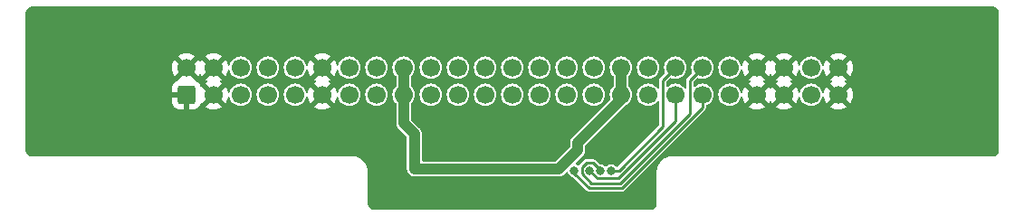
<source format=gbr>
%TF.GenerationSoftware,KiCad,Pcbnew,7.0.7*%
%TF.CreationDate,2023-09-18T17:27:43-04:00*%
%TF.ProjectId,N64 Cart FFC WRONG WAY,4e363420-4361-4727-9420-464643205752,rev?*%
%TF.SameCoordinates,Original*%
%TF.FileFunction,Copper,L2,Bot*%
%TF.FilePolarity,Positive*%
%FSLAX46Y46*%
G04 Gerber Fmt 4.6, Leading zero omitted, Abs format (unit mm)*
G04 Created by KiCad (PCBNEW 7.0.7) date 2023-09-18 17:27:43*
%MOMM*%
%LPD*%
G01*
G04 APERTURE LIST*
G04 Aperture macros list*
%AMRoundRect*
0 Rectangle with rounded corners*
0 $1 Rounding radius*
0 $2 $3 $4 $5 $6 $7 $8 $9 X,Y pos of 4 corners*
0 Add a 4 corners polygon primitive as box body*
4,1,4,$2,$3,$4,$5,$6,$7,$8,$9,$2,$3,0*
0 Add four circle primitives for the rounded corners*
1,1,$1+$1,$2,$3*
1,1,$1+$1,$4,$5*
1,1,$1+$1,$6,$7*
1,1,$1+$1,$8,$9*
0 Add four rect primitives between the rounded corners*
20,1,$1+$1,$2,$3,$4,$5,0*
20,1,$1+$1,$4,$5,$6,$7,0*
20,1,$1+$1,$6,$7,$8,$9,0*
20,1,$1+$1,$8,$9,$2,$3,0*%
G04 Aperture macros list end*
%TA.AperFunction,ComponentPad*%
%ADD10RoundRect,0.250000X0.600000X-0.600000X0.600000X0.600000X-0.600000X0.600000X-0.600000X-0.600000X0*%
%TD*%
%TA.AperFunction,ComponentPad*%
%ADD11C,1.700000*%
%TD*%
%TA.AperFunction,ViaPad*%
%ADD12C,0.800000*%
%TD*%
%TA.AperFunction,Conductor*%
%ADD13C,0.250000*%
%TD*%
%TA.AperFunction,Conductor*%
%ADD14C,1.000000*%
%TD*%
G04 APERTURE END LIST*
D10*
%TO.P,J1,1,Pin_1*%
%TO.N,GND*%
X129520000Y-92752500D03*
D11*
%TO.P,J1,2,Pin_2*%
X129520000Y-90212500D03*
%TO.P,J1,3,Pin_3*%
X132060000Y-92752500D03*
%TO.P,J1,4,Pin_4*%
X132060000Y-90212500D03*
%TO.P,J1,5,Pin_5*%
%TO.N,RCP-58*%
X134600000Y-92752500D03*
%TO.P,J1,6,Pin_6*%
%TO.N,RCP-57*%
X134600000Y-90212500D03*
%TO.P,J1,7,Pin_7*%
%TO.N,RCP-54*%
X137140000Y-92752500D03*
%TO.P,J1,8,Pin_8*%
%TO.N,RCP-53*%
X137140000Y-90212500D03*
%TO.P,J1,9,Pin_9*%
%TO.N,RCP-52*%
X139680000Y-92752500D03*
%TO.P,J1,10,Pin_10*%
%TO.N,RCP-51*%
X139680000Y-90212500D03*
%TO.P,J1,11,Pin_11*%
%TO.N,GND*%
X142220000Y-92752500D03*
%TO.P,J1,12,Pin_12*%
X142220000Y-90212500D03*
%TO.P,J1,13,Pin_13*%
%TO.N,RCP-50*%
X144760000Y-92752500D03*
%TO.P,J1,14,Pin_14*%
%TO.N,RCP-47*%
X144760000Y-90212500D03*
%TO.P,J1,15,Pin_15*%
%TO.N,RCP-46*%
X147300000Y-92752500D03*
%TO.P,J1,16,Pin_16*%
%TO.N,RCP-45*%
X147300000Y-90212500D03*
%TO.P,J1,17,Pin_17*%
%TO.N,3v3*%
X149840000Y-92752500D03*
%TO.P,J1,18,Pin_18*%
X149840000Y-90212500D03*
%TO.P,J1,19,Pin_19*%
%TO.N,RCP-44*%
X152380000Y-92752500D03*
%TO.P,J1,20,Pin_20*%
%TO.N,RCP-41*%
X152380000Y-90212500D03*
%TO.P,J1,21,Pin_21*%
%TO.N,RCP-40*%
X154920000Y-92752500D03*
%TO.P,J1,22,Pin_22*%
%TO.N,RCP-39*%
X154920000Y-90212500D03*
%TO.P,J1,23,Pin_23*%
%TO.N,RCP-38*%
X157460000Y-92752500D03*
%TO.P,J1,24,Pin_24*%
%TO.N,RCP-35*%
X157460000Y-90212500D03*
%TO.P,J1,25,Pin_25*%
%TO.N,unconnected-(J1-Pin_25-Pad25)*%
X160000000Y-92752500D03*
%TO.P,J1,26,Pin_26*%
%TO.N,unconnected-(J1-Pin_26-Pad26)*%
X160000000Y-90212500D03*
%TO.P,J1,27,Pin_27*%
%TO.N,unconnected-(J1-Pin_27-Pad27)*%
X162540000Y-92752500D03*
%TO.P,J1,28,Pin_28*%
%TO.N,unconnected-(J1-Pin_28-Pad28)*%
X162540000Y-90212500D03*
%TO.P,J1,29,Pin_29*%
%TO.N,RCP-34*%
X165080000Y-92752500D03*
%TO.P,J1,30,Pin_30*%
%TO.N,RCP-33*%
X165080000Y-90212500D03*
%TO.P,J1,31,Pin_31*%
%TO.N,RCP-32*%
X167620000Y-92752500D03*
%TO.P,J1,32,Pin_32*%
%TO.N,RCP-31*%
X167620000Y-90212500D03*
%TO.P,J1,33,Pin_33*%
%TO.N,3v3*%
X170160000Y-92752500D03*
%TO.P,J1,34,Pin_34*%
X170160000Y-90212500D03*
%TO.P,J1,35,Pin_35*%
%TO.N,PIF-5*%
X172700000Y-92752500D03*
%TO.P,J1,36,Pin_36*%
%TO.N,PIF-3*%
X172700000Y-90212500D03*
%TO.P,J1,37,Pin_37*%
%TO.N,PIF-1*%
X175240000Y-92752500D03*
%TO.P,J1,38,Pin_38*%
%TO.N,CPU-57*%
X175240000Y-90212500D03*
%TO.P,J1,39,Pin_39*%
%TO.N,RCP-26*%
X177780000Y-92752500D03*
%TO.P,J1,40,Pin_40*%
%TO.N,PIF-7*%
X177780000Y-90212500D03*
%TO.P,J1,41,Pin_41*%
%TO.N,PIF-23*%
X180320000Y-92752500D03*
%TO.P,J1,42,Pin_42*%
%TO.N,SYNC*%
X180320000Y-90212500D03*
%TO.P,J1,43,Pin_43*%
%TO.N,GND*%
X182860000Y-92752500D03*
%TO.P,J1,44,Pin_44*%
X182860000Y-90212500D03*
%TO.P,J1,45,Pin_45*%
X185400000Y-92752500D03*
%TO.P,J1,46,Pin_46*%
X185400000Y-90212500D03*
%TO.P,J1,47,Pin_47*%
%TO.N,unconnected-(J1-Pin_47-Pad47)*%
X187940000Y-92752500D03*
%TO.P,J1,48,Pin_48*%
%TO.N,unconnected-(J1-Pin_48-Pad48)*%
X187940000Y-90212500D03*
%TO.P,J1,49,Pin_49*%
%TO.N,GND*%
X190480000Y-92752500D03*
%TO.P,J1,50,Pin_50*%
X190480000Y-90212500D03*
%TD*%
D12*
%TO.N,GND*%
X164650000Y-97250000D03*
X171100000Y-97250000D03*
X156466666Y-100800000D03*
X154358333Y-100800000D03*
X158750000Y-94950000D03*
X161000000Y-97000000D03*
X160683332Y-100800000D03*
X158574999Y-100800000D03*
X164900000Y-100800000D03*
X155000000Y-97150000D03*
X145150000Y-94850000D03*
X161950000Y-94400000D03*
X162791665Y-100800000D03*
X143150000Y-94850000D03*
X152250000Y-100800000D03*
%TO.N,3v3*%
X166100000Y-97250000D03*
X160250000Y-99700000D03*
X157250000Y-99700000D03*
X150750000Y-99700000D03*
X164250000Y-99700000D03*
X154250000Y-99700000D03*
%TO.N,PIF-1*%
X167250000Y-99850000D03*
%TO.N,CPU-57*%
X169250000Y-99850000D03*
%TO.N,RCP-26*%
X165800000Y-99850000D03*
%TO.N,PIF-7*%
X168250000Y-99850000D03*
%TD*%
D13*
%TO.N,3v3*%
X160700000Y-99750000D02*
X160750000Y-99700000D01*
D14*
X170160000Y-93190000D02*
X166100000Y-97250000D01*
X166100000Y-97950000D02*
X166100000Y-97250000D01*
X154750000Y-99700000D02*
X157700000Y-99700000D01*
X149840000Y-95390000D02*
X150850000Y-96400000D01*
X170160000Y-90212500D02*
X170160000Y-92752500D01*
X170160000Y-92752500D02*
X170160000Y-93190000D01*
X149840000Y-90212500D02*
X149840000Y-92752500D01*
X149840000Y-92752500D02*
X149840000Y-95390000D01*
X160750000Y-99700000D02*
X164350000Y-99700000D01*
X150850000Y-99700000D02*
X154750000Y-99700000D01*
D13*
X157700000Y-99700000D02*
X157750000Y-99750000D01*
D14*
X150850000Y-96400000D02*
X150850000Y-99700000D01*
D13*
X164350000Y-99700000D02*
X164500000Y-99850000D01*
D14*
X164350000Y-99700000D02*
X166100000Y-97950000D01*
X157750000Y-99700000D02*
X160700000Y-99700000D01*
D13*
%TO.N,PIF-1*%
X169886789Y-100575000D02*
X175240000Y-95221789D01*
X167250000Y-99850000D02*
X167250000Y-99875305D01*
X167949695Y-100575000D02*
X169886789Y-100575000D01*
X167250000Y-99875305D02*
X167949695Y-100575000D01*
X175240000Y-95221789D02*
X175240000Y-92752500D01*
%TO.N,CPU-57*%
X169250000Y-99850000D02*
X169975393Y-99850000D01*
X169975393Y-99850000D02*
X174065000Y-95760393D01*
X174065000Y-91387500D02*
X175240000Y-90212500D01*
X174065000Y-95760393D02*
X174065000Y-91387500D01*
%TO.N,RCP-26*%
X167175000Y-101475000D02*
X170259581Y-101475000D01*
X177780000Y-93954581D02*
X177780000Y-92752500D01*
X165800000Y-100100000D02*
X165800000Y-99850000D01*
X167175000Y-101475000D02*
X165800000Y-100100000D01*
X170259581Y-101475000D02*
X177780000Y-93954581D01*
%TO.N,PIF-7*%
X168250000Y-99824695D02*
X167550305Y-99125000D01*
X166925000Y-99125000D02*
X166500000Y-99550000D01*
X176600000Y-91392500D02*
X177780000Y-90212500D01*
X167399695Y-101025000D02*
X170073185Y-101025000D01*
X167550305Y-99125000D02*
X166925000Y-99125000D01*
X170073185Y-101025000D02*
X176600000Y-94498185D01*
X166500000Y-100125305D02*
X167399695Y-101025000D01*
X168250000Y-99850000D02*
X168250000Y-99824695D01*
X166500000Y-99550000D02*
X166500000Y-100125305D01*
X176600000Y-94498185D02*
X176600000Y-91392500D01*
%TD*%
%TA.AperFunction,Conductor*%
%TO.N,GND*%
G36*
X131587935Y-90427753D02*
G01*
X131626274Y-90462439D01*
X131644732Y-90491160D01*
X131678239Y-90543298D01*
X131786900Y-90637452D01*
X131795663Y-90641454D01*
X131840740Y-90682826D01*
X131852891Y-90742792D01*
X131827473Y-90798448D01*
X131824540Y-90801510D01*
X131298625Y-91327425D01*
X131382423Y-91386101D01*
X131382425Y-91386102D01*
X131396735Y-91392775D01*
X131441484Y-91434503D01*
X131453159Y-91494564D01*
X131427302Y-91550017D01*
X131396737Y-91572224D01*
X131382427Y-91578896D01*
X131382411Y-91578906D01*
X131298626Y-91637572D01*
X131824541Y-92163488D01*
X131852318Y-92218005D01*
X131842747Y-92278437D01*
X131799482Y-92321702D01*
X131795666Y-92323544D01*
X131786902Y-92327546D01*
X131678237Y-92421703D01*
X131626275Y-92502559D01*
X131578909Y-92541291D01*
X131517823Y-92544784D01*
X131472987Y-92519040D01*
X130945071Y-91991125D01*
X130937103Y-91991823D01*
X130877486Y-91978060D01*
X130837344Y-91931883D01*
X130834499Y-91924340D01*
X130804356Y-91833375D01*
X130712319Y-91684159D01*
X130588340Y-91560180D01*
X130439124Y-91468143D01*
X130348159Y-91438000D01*
X130298869Y-91401748D01*
X130280301Y-91343448D01*
X130280676Y-91335396D01*
X130281373Y-91327426D01*
X129755458Y-90801511D01*
X129727681Y-90746994D01*
X129737252Y-90686562D01*
X129780517Y-90643297D01*
X129784279Y-90641480D01*
X129793100Y-90637452D01*
X129901761Y-90543298D01*
X129953725Y-90462438D01*
X130001089Y-90423709D01*
X130062174Y-90420215D01*
X130107012Y-90445959D01*
X130634925Y-90973872D01*
X130693602Y-90890075D01*
X130700275Y-90875765D01*
X130742003Y-90831016D01*
X130802064Y-90819341D01*
X130857517Y-90845198D01*
X130879725Y-90875765D01*
X130886397Y-90890074D01*
X130886398Y-90890076D01*
X130945072Y-90973872D01*
X131472986Y-90445959D01*
X131527503Y-90418182D01*
X131587935Y-90427753D01*
G37*
%TD.AperFunction*%
%TA.AperFunction,Conductor*%
G36*
X189112163Y-90413689D02*
G01*
X189149092Y-90462473D01*
X189151183Y-90469286D01*
X189206569Y-90675989D01*
X189306399Y-90890077D01*
X189365072Y-90973872D01*
X189892986Y-90445959D01*
X189947503Y-90418182D01*
X190007935Y-90427753D01*
X190046274Y-90462439D01*
X190064732Y-90491160D01*
X190098239Y-90543298D01*
X190206900Y-90637452D01*
X190215663Y-90641454D01*
X190260740Y-90682826D01*
X190272891Y-90742792D01*
X190247473Y-90798448D01*
X190244540Y-90801510D01*
X189718625Y-91327425D01*
X189802423Y-91386101D01*
X189802425Y-91386102D01*
X189816735Y-91392775D01*
X189861484Y-91434503D01*
X189873159Y-91494564D01*
X189847302Y-91550017D01*
X189816737Y-91572224D01*
X189802427Y-91578896D01*
X189802411Y-91578906D01*
X189718626Y-91637572D01*
X190244541Y-92163488D01*
X190272318Y-92218005D01*
X190262747Y-92278437D01*
X190219482Y-92321702D01*
X190215666Y-92323544D01*
X190206902Y-92327546D01*
X190098237Y-92421703D01*
X190046275Y-92502559D01*
X189998909Y-92541291D01*
X189937823Y-92544784D01*
X189892987Y-92519040D01*
X189365072Y-91991126D01*
X189306406Y-92074911D01*
X189306394Y-92074930D01*
X189206570Y-92289005D01*
X189151183Y-92495713D01*
X189117859Y-92547027D01*
X189060737Y-92568954D01*
X189001637Y-92553118D01*
X188963132Y-92505568D01*
X188960819Y-92498828D01*
X188959874Y-92495713D01*
X188915232Y-92348546D01*
X188817685Y-92166050D01*
X188815582Y-92163488D01*
X188686414Y-92006095D01*
X188686410Y-92006090D01*
X188652255Y-91978060D01*
X188526452Y-91874816D01*
X188343954Y-91777268D01*
X188145934Y-91717199D01*
X188145929Y-91717198D01*
X187940003Y-91696917D01*
X187939997Y-91696917D01*
X187734070Y-91717198D01*
X187734065Y-91717199D01*
X187536045Y-91777268D01*
X187353547Y-91874816D01*
X187193595Y-92006085D01*
X187193585Y-92006095D01*
X187062316Y-92166047D01*
X186964769Y-92348544D01*
X186919180Y-92498829D01*
X186884195Y-92549025D01*
X186826386Y-92569071D01*
X186767836Y-92551310D01*
X186730907Y-92502525D01*
X186728816Y-92495713D01*
X186673429Y-92289004D01*
X186573605Y-92074932D01*
X186573602Y-92074926D01*
X186514925Y-91991125D01*
X185987011Y-92519039D01*
X185932495Y-92546816D01*
X185872063Y-92537245D01*
X185833724Y-92502558D01*
X185781762Y-92421703D01*
X185697332Y-92348545D01*
X185673100Y-92327548D01*
X185673098Y-92327547D01*
X185673097Y-92327546D01*
X185664332Y-92323543D01*
X185619255Y-92282169D01*
X185607107Y-92222202D01*
X185632526Y-92166547D01*
X185635457Y-92163487D01*
X186161372Y-91637572D01*
X186077576Y-91578898D01*
X186077574Y-91578897D01*
X186063265Y-91572225D01*
X186018516Y-91530497D01*
X186006841Y-91470436D01*
X186032698Y-91414983D01*
X186063265Y-91392775D01*
X186077575Y-91386102D01*
X186161372Y-91327425D01*
X185635458Y-90801511D01*
X185607681Y-90746994D01*
X185617252Y-90686562D01*
X185660517Y-90643297D01*
X185664279Y-90641480D01*
X185673100Y-90637452D01*
X185781761Y-90543298D01*
X185833725Y-90462438D01*
X185881089Y-90423709D01*
X185942174Y-90420215D01*
X185987012Y-90445959D01*
X186514925Y-90973872D01*
X186573600Y-90890077D01*
X186673430Y-90675990D01*
X186728816Y-90469286D01*
X186762140Y-90417972D01*
X186819261Y-90396045D01*
X186878362Y-90411880D01*
X186916867Y-90459430D01*
X186919180Y-90466171D01*
X186964768Y-90616454D01*
X187062316Y-90798952D01*
X187193585Y-90958904D01*
X187193590Y-90958910D01*
X187193595Y-90958914D01*
X187353547Y-91090183D01*
X187353548Y-91090183D01*
X187353550Y-91090185D01*
X187536046Y-91187732D01*
X187673996Y-91229578D01*
X187734065Y-91247800D01*
X187734070Y-91247801D01*
X187939997Y-91268083D01*
X187940000Y-91268083D01*
X187940003Y-91268083D01*
X188145929Y-91247801D01*
X188145934Y-91247800D01*
X188145933Y-91247800D01*
X188343954Y-91187732D01*
X188526450Y-91090185D01*
X188686410Y-90958910D01*
X188817685Y-90798950D01*
X188915232Y-90616454D01*
X188960819Y-90466170D01*
X188995804Y-90415974D01*
X189053612Y-90395928D01*
X189112163Y-90413689D01*
G37*
%TD.AperFunction*%
%TA.AperFunction,Conductor*%
G36*
X184927935Y-90427753D02*
G01*
X184966274Y-90462439D01*
X184984732Y-90491160D01*
X185018239Y-90543298D01*
X185126900Y-90637452D01*
X185135663Y-90641454D01*
X185180740Y-90682826D01*
X185192891Y-90742792D01*
X185167473Y-90798448D01*
X185164540Y-90801510D01*
X184638625Y-91327425D01*
X184722423Y-91386101D01*
X184722425Y-91386102D01*
X184736735Y-91392775D01*
X184781484Y-91434503D01*
X184793159Y-91494564D01*
X184767302Y-91550017D01*
X184736737Y-91572224D01*
X184722427Y-91578896D01*
X184722411Y-91578906D01*
X184638626Y-91637572D01*
X185164541Y-92163488D01*
X185192318Y-92218005D01*
X185182747Y-92278437D01*
X185139482Y-92321702D01*
X185135666Y-92323544D01*
X185126902Y-92327546D01*
X185018237Y-92421703D01*
X184966275Y-92502559D01*
X184918909Y-92541291D01*
X184857823Y-92544784D01*
X184812987Y-92519040D01*
X184285072Y-91991126D01*
X184226406Y-92074911D01*
X184226396Y-92074927D01*
X184219724Y-92089237D01*
X184177995Y-92133985D01*
X184117934Y-92145659D01*
X184062481Y-92119800D01*
X184040276Y-92089237D01*
X184033603Y-92074928D01*
X184033602Y-92074926D01*
X183974925Y-91991125D01*
X183447011Y-92519039D01*
X183392495Y-92546816D01*
X183332063Y-92537245D01*
X183293724Y-92502558D01*
X183241762Y-92421703D01*
X183157332Y-92348545D01*
X183133100Y-92327548D01*
X183133098Y-92327547D01*
X183133097Y-92327546D01*
X183124332Y-92323543D01*
X183079255Y-92282169D01*
X183067107Y-92222202D01*
X183092526Y-92166547D01*
X183095457Y-92163487D01*
X183621372Y-91637572D01*
X183537576Y-91578898D01*
X183537574Y-91578897D01*
X183523265Y-91572225D01*
X183478516Y-91530497D01*
X183466841Y-91470436D01*
X183492698Y-91414983D01*
X183523265Y-91392775D01*
X183537575Y-91386102D01*
X183621372Y-91327425D01*
X183095458Y-90801511D01*
X183067681Y-90746994D01*
X183077252Y-90686562D01*
X183120517Y-90643297D01*
X183124279Y-90641480D01*
X183133100Y-90637452D01*
X183241761Y-90543298D01*
X183293725Y-90462438D01*
X183341089Y-90423709D01*
X183402174Y-90420215D01*
X183447012Y-90445959D01*
X183974925Y-90973872D01*
X184033602Y-90890075D01*
X184040275Y-90875765D01*
X184082003Y-90831016D01*
X184142064Y-90819341D01*
X184197517Y-90845198D01*
X184219725Y-90875765D01*
X184226397Y-90890074D01*
X184226398Y-90890076D01*
X184285072Y-90973872D01*
X184812986Y-90445959D01*
X184867503Y-90418182D01*
X184927935Y-90427753D01*
G37*
%TD.AperFunction*%
%TA.AperFunction,Conductor*%
G36*
X205002752Y-84500810D02*
G01*
X205100073Y-84511775D01*
X205121669Y-84516705D01*
X205206202Y-84546283D01*
X205226168Y-84555899D01*
X205264078Y-84579720D01*
X205301987Y-84603540D01*
X205319319Y-84617361D01*
X205382638Y-84680680D01*
X205396459Y-84698012D01*
X205444098Y-84773828D01*
X205453718Y-84793803D01*
X205483293Y-84878326D01*
X205488225Y-84899938D01*
X205499188Y-84997230D01*
X205499500Y-85002777D01*
X205499500Y-97997222D01*
X205499188Y-98002769D01*
X205488225Y-98100061D01*
X205483293Y-98121673D01*
X205453718Y-98206196D01*
X205444098Y-98226171D01*
X205396459Y-98301987D01*
X205382638Y-98319319D01*
X205319319Y-98382638D01*
X205301987Y-98396459D01*
X205226171Y-98444098D01*
X205206196Y-98453718D01*
X205121673Y-98483293D01*
X205100061Y-98488225D01*
X205002769Y-98499188D01*
X204997222Y-98499500D01*
X174892677Y-98499500D01*
X174680235Y-98530045D01*
X174680233Y-98530045D01*
X174474294Y-98590514D01*
X174279048Y-98679680D01*
X174279040Y-98679684D01*
X174098494Y-98795713D01*
X174098482Y-98795722D01*
X173936285Y-98936267D01*
X173936267Y-98936285D01*
X173795722Y-99098482D01*
X173795713Y-99098494D01*
X173679684Y-99279040D01*
X173679680Y-99279048D01*
X173679679Y-99279050D01*
X173651585Y-99340567D01*
X173590514Y-99474294D01*
X173530045Y-99680233D01*
X173530045Y-99680235D01*
X173499500Y-99892676D01*
X173499500Y-102997222D01*
X173499188Y-103002769D01*
X173488225Y-103100061D01*
X173483293Y-103121673D01*
X173453718Y-103206196D01*
X173444098Y-103226171D01*
X173396459Y-103301987D01*
X173382638Y-103319319D01*
X173319319Y-103382638D01*
X173301987Y-103396459D01*
X173226171Y-103444098D01*
X173206196Y-103453718D01*
X173121673Y-103483293D01*
X173100061Y-103488225D01*
X173002769Y-103499188D01*
X172997222Y-103499500D01*
X147002778Y-103499500D01*
X146997231Y-103499188D01*
X146899938Y-103488225D01*
X146878326Y-103483293D01*
X146793803Y-103453718D01*
X146773828Y-103444098D01*
X146698012Y-103396459D01*
X146680680Y-103382638D01*
X146617361Y-103319319D01*
X146603540Y-103301987D01*
X146555901Y-103226171D01*
X146546283Y-103206202D01*
X146516705Y-103121669D01*
X146511775Y-103100073D01*
X146500810Y-103002752D01*
X146500500Y-102997222D01*
X146500500Y-99892676D01*
X146482172Y-99765211D01*
X146469954Y-99680231D01*
X146409484Y-99474290D01*
X146320321Y-99279050D01*
X146311264Y-99264957D01*
X146204286Y-99098494D01*
X146204277Y-99098482D01*
X146063732Y-98936285D01*
X146063730Y-98936283D01*
X146063724Y-98936276D01*
X146027502Y-98904889D01*
X145901517Y-98795722D01*
X145901505Y-98795713D01*
X145720959Y-98679684D01*
X145720953Y-98679681D01*
X145720950Y-98679679D01*
X145525710Y-98590516D01*
X145525708Y-98590515D01*
X145525705Y-98590514D01*
X145370643Y-98544984D01*
X145319769Y-98530046D01*
X145319767Y-98530045D01*
X145319765Y-98530045D01*
X145107323Y-98499500D01*
X145107318Y-98499500D01*
X145035799Y-98499500D01*
X115002778Y-98499500D01*
X114997231Y-98499188D01*
X114899938Y-98488225D01*
X114878326Y-98483293D01*
X114830296Y-98466487D01*
X114793801Y-98453717D01*
X114773828Y-98444098D01*
X114698012Y-98396459D01*
X114680680Y-98382638D01*
X114617361Y-98319319D01*
X114603540Y-98301987D01*
X114555901Y-98226171D01*
X114546283Y-98206202D01*
X114516705Y-98121669D01*
X114511775Y-98100073D01*
X114500810Y-98002752D01*
X114500500Y-97997222D01*
X114500500Y-97914419D01*
X114500499Y-97914413D01*
X114500499Y-91468143D01*
X114500499Y-90212503D01*
X128164843Y-90212503D01*
X128185429Y-90447813D01*
X128246569Y-90675989D01*
X128346399Y-90890077D01*
X128405072Y-90973872D01*
X128932986Y-90445959D01*
X128987503Y-90418182D01*
X129047935Y-90427753D01*
X129086274Y-90462439D01*
X129104732Y-90491160D01*
X129138239Y-90543298D01*
X129246900Y-90637452D01*
X129255663Y-90641454D01*
X129300740Y-90682826D01*
X129312891Y-90742792D01*
X129287473Y-90798448D01*
X129284540Y-90801510D01*
X128758624Y-91327427D01*
X128759322Y-91335398D01*
X128745558Y-91395015D01*
X128699380Y-91435156D01*
X128691840Y-91438000D01*
X128600874Y-91468143D01*
X128451659Y-91560180D01*
X128327680Y-91684159D01*
X128235643Y-91833375D01*
X128180493Y-91999806D01*
X128170000Y-92102512D01*
X128170000Y-92502498D01*
X128170001Y-92502500D01*
X128940049Y-92502500D01*
X128998240Y-92521407D01*
X129034204Y-92570907D01*
X129035039Y-92629391D01*
X129020000Y-92680607D01*
X129020000Y-92824392D01*
X129035039Y-92875609D01*
X129033292Y-92936769D01*
X128995929Y-92985222D01*
X128940049Y-93002500D01*
X128170001Y-93002500D01*
X128170001Y-93402486D01*
X128180492Y-93505187D01*
X128180495Y-93505199D01*
X128235643Y-93671624D01*
X128327680Y-93820840D01*
X128451659Y-93944819D01*
X128600875Y-94036856D01*
X128767306Y-94092006D01*
X128870012Y-94102499D01*
X129269998Y-94102499D01*
X129269999Y-94102498D01*
X129269999Y-93335949D01*
X129288906Y-93277758D01*
X129338406Y-93241794D01*
X129383089Y-93237957D01*
X129484233Y-93252500D01*
X129484237Y-93252500D01*
X129555767Y-93252500D01*
X129638434Y-93240613D01*
X129656910Y-93237957D01*
X129717199Y-93248390D01*
X129759842Y-93292267D01*
X129770000Y-93335949D01*
X129770000Y-94102498D01*
X129770001Y-94102499D01*
X130169986Y-94102499D01*
X130272687Y-94092007D01*
X130272699Y-94092004D01*
X130439124Y-94036856D01*
X130588340Y-93944819D01*
X130712319Y-93820840D01*
X130804356Y-93671624D01*
X130834499Y-93580659D01*
X130870750Y-93531369D01*
X130929050Y-93512801D01*
X130937103Y-93513176D01*
X130945071Y-93513873D01*
X131472986Y-92985959D01*
X131527503Y-92958182D01*
X131587935Y-92967753D01*
X131626274Y-93002439D01*
X131644732Y-93031160D01*
X131678239Y-93083298D01*
X131786900Y-93177452D01*
X131795663Y-93181454D01*
X131840740Y-93222826D01*
X131852891Y-93282792D01*
X131827473Y-93338448D01*
X131824540Y-93341510D01*
X131298625Y-93867425D01*
X131382422Y-93926100D01*
X131596510Y-94025930D01*
X131824686Y-94087070D01*
X132059997Y-94107657D01*
X132060003Y-94107657D01*
X132295313Y-94087070D01*
X132523489Y-94025930D01*
X132737577Y-93926100D01*
X132821372Y-93867425D01*
X132295458Y-93341511D01*
X132267681Y-93286994D01*
X132277252Y-93226562D01*
X132320517Y-93183297D01*
X132324279Y-93181480D01*
X132333100Y-93177452D01*
X132441761Y-93083298D01*
X132493725Y-93002438D01*
X132541089Y-92963709D01*
X132602174Y-92960215D01*
X132647012Y-92985959D01*
X133174925Y-93513872D01*
X133233600Y-93430077D01*
X133333430Y-93215990D01*
X133388816Y-93009286D01*
X133422140Y-92957972D01*
X133479261Y-92936045D01*
X133538362Y-92951880D01*
X133576867Y-92999430D01*
X133579180Y-93006171D01*
X133624768Y-93156454D01*
X133722316Y-93338952D01*
X133853585Y-93498904D01*
X133853590Y-93498910D01*
X133853595Y-93498914D01*
X134013547Y-93630183D01*
X134013548Y-93630183D01*
X134013550Y-93630185D01*
X134196046Y-93727732D01*
X134319553Y-93765197D01*
X134394065Y-93787800D01*
X134394070Y-93787801D01*
X134599997Y-93808083D01*
X134600000Y-93808083D01*
X134600003Y-93808083D01*
X134805929Y-93787801D01*
X134805934Y-93787800D01*
X134805934Y-93787799D01*
X135003954Y-93727732D01*
X135186450Y-93630185D01*
X135346410Y-93498910D01*
X135477685Y-93338950D01*
X135575232Y-93156454D01*
X135635300Y-92958434D01*
X135635301Y-92958429D01*
X135655583Y-92752503D01*
X136084417Y-92752503D01*
X136104698Y-92958429D01*
X136104699Y-92958434D01*
X136164768Y-93156454D01*
X136262316Y-93338952D01*
X136393585Y-93498904D01*
X136393590Y-93498910D01*
X136393595Y-93498914D01*
X136553547Y-93630183D01*
X136553548Y-93630183D01*
X136553550Y-93630185D01*
X136736046Y-93727732D01*
X136859553Y-93765197D01*
X136934065Y-93787800D01*
X136934070Y-93787801D01*
X137139997Y-93808083D01*
X137140000Y-93808083D01*
X137140003Y-93808083D01*
X137345929Y-93787801D01*
X137345934Y-93787800D01*
X137543954Y-93727732D01*
X137726450Y-93630185D01*
X137886410Y-93498910D01*
X138017685Y-93338950D01*
X138115232Y-93156454D01*
X138175300Y-92958434D01*
X138175301Y-92958429D01*
X138195583Y-92752503D01*
X138624417Y-92752503D01*
X138644698Y-92958429D01*
X138644699Y-92958434D01*
X138704768Y-93156454D01*
X138802316Y-93338952D01*
X138933585Y-93498904D01*
X138933590Y-93498910D01*
X138933595Y-93498914D01*
X139093547Y-93630183D01*
X139093548Y-93630183D01*
X139093550Y-93630185D01*
X139276046Y-93727732D01*
X139399553Y-93765197D01*
X139474065Y-93787800D01*
X139474070Y-93787801D01*
X139679997Y-93808083D01*
X139680000Y-93808083D01*
X139680003Y-93808083D01*
X139885929Y-93787801D01*
X139885934Y-93787800D01*
X139885934Y-93787799D01*
X140083954Y-93727732D01*
X140266450Y-93630185D01*
X140426410Y-93498910D01*
X140557685Y-93338950D01*
X140655232Y-93156454D01*
X140700819Y-93006170D01*
X140735804Y-92955974D01*
X140793612Y-92935928D01*
X140852163Y-92953689D01*
X140889092Y-93002473D01*
X140891183Y-93009286D01*
X140946569Y-93215989D01*
X141046399Y-93430077D01*
X141105072Y-93513872D01*
X141632986Y-92985959D01*
X141687503Y-92958182D01*
X141747935Y-92967753D01*
X141786274Y-93002439D01*
X141804732Y-93031160D01*
X141838239Y-93083298D01*
X141946900Y-93177452D01*
X141955663Y-93181454D01*
X142000740Y-93222826D01*
X142012891Y-93282792D01*
X141987473Y-93338448D01*
X141984540Y-93341510D01*
X141458625Y-93867425D01*
X141542422Y-93926100D01*
X141756510Y-94025930D01*
X141984686Y-94087070D01*
X142219997Y-94107657D01*
X142220003Y-94107657D01*
X142455313Y-94087070D01*
X142683489Y-94025930D01*
X142897577Y-93926100D01*
X142981372Y-93867425D01*
X142455458Y-93341511D01*
X142427681Y-93286994D01*
X142437252Y-93226562D01*
X142480517Y-93183297D01*
X142484279Y-93181480D01*
X142493100Y-93177452D01*
X142601761Y-93083298D01*
X142653725Y-93002438D01*
X142701089Y-92963709D01*
X142762174Y-92960215D01*
X142807012Y-92985959D01*
X143334925Y-93513872D01*
X143393600Y-93430077D01*
X143493430Y-93215990D01*
X143548816Y-93009286D01*
X143582140Y-92957972D01*
X143639261Y-92936045D01*
X143698362Y-92951880D01*
X143736867Y-92999430D01*
X143739180Y-93006171D01*
X143784768Y-93156454D01*
X143882316Y-93338952D01*
X144013585Y-93498904D01*
X144013590Y-93498910D01*
X144013595Y-93498914D01*
X144173547Y-93630183D01*
X144173548Y-93630183D01*
X144173550Y-93630185D01*
X144356046Y-93727732D01*
X144479553Y-93765197D01*
X144554065Y-93787800D01*
X144554070Y-93787801D01*
X144759997Y-93808083D01*
X144760000Y-93808083D01*
X144760003Y-93808083D01*
X144965929Y-93787801D01*
X144965934Y-93787800D01*
X144965933Y-93787799D01*
X145163954Y-93727732D01*
X145346450Y-93630185D01*
X145506410Y-93498910D01*
X145637685Y-93338950D01*
X145735232Y-93156454D01*
X145795300Y-92958434D01*
X145795301Y-92958429D01*
X145815583Y-92752503D01*
X146244417Y-92752503D01*
X146264698Y-92958429D01*
X146264699Y-92958434D01*
X146324768Y-93156454D01*
X146422316Y-93338952D01*
X146553585Y-93498904D01*
X146553590Y-93498910D01*
X146553595Y-93498914D01*
X146713547Y-93630183D01*
X146713548Y-93630183D01*
X146713550Y-93630185D01*
X146896046Y-93727732D01*
X147019553Y-93765197D01*
X147094065Y-93787800D01*
X147094070Y-93787801D01*
X147299997Y-93808083D01*
X147300000Y-93808083D01*
X147300003Y-93808083D01*
X147505929Y-93787801D01*
X147505934Y-93787800D01*
X147703954Y-93727732D01*
X147886450Y-93630185D01*
X148046410Y-93498910D01*
X148177685Y-93338950D01*
X148275232Y-93156454D01*
X148335300Y-92958434D01*
X148335301Y-92958429D01*
X148355583Y-92752503D01*
X148784417Y-92752503D01*
X148804698Y-92958429D01*
X148804699Y-92958434D01*
X148864768Y-93156454D01*
X148962316Y-93338952D01*
X149093585Y-93498904D01*
X149093590Y-93498910D01*
X149101253Y-93505199D01*
X149103302Y-93506880D01*
X149136291Y-93558410D01*
X149139500Y-93583410D01*
X149139500Y-95367340D01*
X149139410Y-95370307D01*
X149137986Y-95393851D01*
X149135641Y-95432604D01*
X149146891Y-95493999D01*
X149147341Y-95496954D01*
X149154860Y-95558873D01*
X149154861Y-95558875D01*
X149159255Y-95570461D01*
X149164067Y-95587723D01*
X149166303Y-95599926D01*
X149166305Y-95599933D01*
X149177842Y-95625567D01*
X149190892Y-95654563D01*
X149191916Y-95656837D01*
X149193060Y-95659600D01*
X149215183Y-95717932D01*
X149215183Y-95717934D01*
X149222229Y-95728141D01*
X149231029Y-95743743D01*
X149236120Y-95755054D01*
X149274598Y-95804168D01*
X149276369Y-95806576D01*
X149311814Y-95857925D01*
X149311817Y-95857929D01*
X149339183Y-95882173D01*
X149358508Y-95899294D01*
X149360686Y-95901344D01*
X149589742Y-96130399D01*
X150120505Y-96661162D01*
X150148281Y-96715677D01*
X150149500Y-96731164D01*
X150149500Y-99657390D01*
X150149076Y-99663858D01*
X150144318Y-99699999D01*
X150144318Y-99700000D01*
X150149076Y-99736140D01*
X150149500Y-99742608D01*
X150149500Y-99785056D01*
X150156417Y-99813120D01*
X150158997Y-99823589D01*
X150160075Y-99829472D01*
X150164860Y-99868872D01*
X150178931Y-99905975D01*
X150180710Y-99911686D01*
X150190210Y-99950226D01*
X150208651Y-99985362D01*
X150211107Y-99990818D01*
X150225180Y-100027927D01*
X150225180Y-100027928D01*
X150247729Y-100060596D01*
X150250823Y-100065714D01*
X150262062Y-100087126D01*
X150269266Y-100100852D01*
X150295574Y-100130548D01*
X150299263Y-100135256D01*
X150321814Y-100167926D01*
X150321816Y-100167928D01*
X150321817Y-100167929D01*
X150340880Y-100184817D01*
X150351522Y-100194245D01*
X150355753Y-100198476D01*
X150382071Y-100228183D01*
X150382074Y-100228185D01*
X150414737Y-100250732D01*
X150419446Y-100254421D01*
X150446384Y-100278286D01*
X150449148Y-100280734D01*
X150484286Y-100299175D01*
X150489391Y-100302261D01*
X150522070Y-100324818D01*
X150557996Y-100338442D01*
X150559178Y-100338891D01*
X150564634Y-100341346D01*
X150599775Y-100359790D01*
X150638319Y-100369289D01*
X150644010Y-100371063D01*
X150681128Y-100385140D01*
X150720527Y-100389923D01*
X150726406Y-100391000D01*
X150764944Y-100400500D01*
X150807628Y-100400500D01*
X154707628Y-100400500D01*
X157707628Y-100400500D01*
X160707628Y-100400500D01*
X164327341Y-100400500D01*
X164330306Y-100400589D01*
X164387904Y-100404073D01*
X164392605Y-100404358D01*
X164392605Y-100404357D01*
X164392606Y-100404358D01*
X164454019Y-100393103D01*
X164456924Y-100392661D01*
X164518872Y-100385140D01*
X164530462Y-100380744D01*
X164547725Y-100375931D01*
X164559932Y-100373695D01*
X164616854Y-100348075D01*
X164619588Y-100346943D01*
X164677930Y-100324818D01*
X164688142Y-100317768D01*
X164703750Y-100308965D01*
X164715057Y-100303878D01*
X164764174Y-100265395D01*
X164766582Y-100263625D01*
X164817929Y-100228183D01*
X164844246Y-100198476D01*
X164859307Y-100181474D01*
X164861337Y-100179319D01*
X164939807Y-100100849D01*
X165057158Y-99983497D01*
X165111673Y-99955722D01*
X165172105Y-99965293D01*
X165215370Y-100008558D01*
X165218622Y-100015614D01*
X165275464Y-100152841D01*
X165308760Y-100196233D01*
X165361831Y-100265398D01*
X165371718Y-100278282D01*
X165371722Y-100278285D01*
X165371723Y-100278286D01*
X165398942Y-100299172D01*
X165497159Y-100374536D01*
X165497160Y-100374536D01*
X165497161Y-100374537D01*
X165643233Y-100435042D01*
X165643238Y-100435044D01*
X165646164Y-100435429D01*
X165648070Y-100436338D01*
X165649507Y-100436723D01*
X165649435Y-100436989D01*
X165701389Y-100461764D01*
X165703252Y-100463578D01*
X166933257Y-101693584D01*
X166936175Y-101696769D01*
X166962544Y-101728193D01*
X166962545Y-101728194D01*
X166998073Y-101748706D01*
X167001712Y-101751025D01*
X167035311Y-101774551D01*
X167035313Y-101774552D01*
X167035316Y-101774554D01*
X167036767Y-101774942D01*
X167060659Y-101784840D01*
X167061186Y-101785143D01*
X167061955Y-101785588D01*
X167102351Y-101792710D01*
X167106548Y-101793640D01*
X167146193Y-101804264D01*
X167187077Y-101800687D01*
X167191377Y-101800500D01*
X170243207Y-101800500D01*
X170247507Y-101800687D01*
X170288388Y-101804264D01*
X170328033Y-101793640D01*
X170332231Y-101792710D01*
X170372626Y-101785588D01*
X170372628Y-101785587D01*
X170373926Y-101784838D01*
X170397817Y-101774942D01*
X170398045Y-101774880D01*
X170399265Y-101774554D01*
X170432884Y-101751012D01*
X170436492Y-101748714D01*
X170472036Y-101728194D01*
X170498419Y-101696750D01*
X170501307Y-101693598D01*
X177998583Y-94196322D01*
X178001760Y-94193410D01*
X178033194Y-94167036D01*
X178053714Y-94131492D01*
X178056012Y-94127884D01*
X178079554Y-94094265D01*
X178079941Y-94092817D01*
X178089838Y-94068926D01*
X178090588Y-94067626D01*
X178097709Y-94027237D01*
X178098640Y-94023033D01*
X178109264Y-93983388D01*
X178105687Y-93942503D01*
X178105500Y-93938204D01*
X178105500Y-93824953D01*
X178124407Y-93766762D01*
X178173907Y-93730798D01*
X178175633Y-93730255D01*
X178183954Y-93727732D01*
X178366450Y-93630185D01*
X178526410Y-93498910D01*
X178657685Y-93338950D01*
X178755232Y-93156454D01*
X178815300Y-92958434D01*
X178815301Y-92958429D01*
X178835583Y-92752503D01*
X179264417Y-92752503D01*
X179284698Y-92958429D01*
X179284699Y-92958434D01*
X179344768Y-93156454D01*
X179442316Y-93338952D01*
X179573585Y-93498904D01*
X179573590Y-93498910D01*
X179573595Y-93498914D01*
X179733547Y-93630183D01*
X179733548Y-93630183D01*
X179733550Y-93630185D01*
X179916046Y-93727732D01*
X180039553Y-93765197D01*
X180114065Y-93787800D01*
X180114070Y-93787801D01*
X180319997Y-93808083D01*
X180320000Y-93808083D01*
X180320003Y-93808083D01*
X180525929Y-93787801D01*
X180525934Y-93787800D01*
X180525934Y-93787799D01*
X180723954Y-93727732D01*
X180906450Y-93630185D01*
X181066410Y-93498910D01*
X181197685Y-93338950D01*
X181295232Y-93156454D01*
X181340819Y-93006170D01*
X181375804Y-92955974D01*
X181433612Y-92935928D01*
X181492163Y-92953689D01*
X181529092Y-93002473D01*
X181531183Y-93009286D01*
X181586569Y-93215989D01*
X181686399Y-93430077D01*
X181745072Y-93513872D01*
X182272986Y-92985959D01*
X182327503Y-92958182D01*
X182387935Y-92967753D01*
X182426274Y-93002439D01*
X182444732Y-93031160D01*
X182478239Y-93083298D01*
X182586900Y-93177452D01*
X182595663Y-93181454D01*
X182640740Y-93222826D01*
X182652891Y-93282792D01*
X182627473Y-93338448D01*
X182624540Y-93341510D01*
X182098625Y-93867425D01*
X182182422Y-93926100D01*
X182396510Y-94025930D01*
X182624686Y-94087070D01*
X182859997Y-94107657D01*
X182860003Y-94107657D01*
X183095313Y-94087070D01*
X183323489Y-94025930D01*
X183537577Y-93926100D01*
X183621372Y-93867425D01*
X183095458Y-93341511D01*
X183067681Y-93286994D01*
X183077252Y-93226562D01*
X183120517Y-93183297D01*
X183124279Y-93181480D01*
X183133100Y-93177452D01*
X183241761Y-93083298D01*
X183293725Y-93002438D01*
X183341089Y-92963709D01*
X183402174Y-92960215D01*
X183447012Y-92985959D01*
X183974925Y-93513872D01*
X184033602Y-93430075D01*
X184040275Y-93415765D01*
X184082003Y-93371016D01*
X184142064Y-93359341D01*
X184197517Y-93385198D01*
X184219725Y-93415765D01*
X184226397Y-93430074D01*
X184226398Y-93430076D01*
X184285072Y-93513872D01*
X184812986Y-92985959D01*
X184867503Y-92958182D01*
X184927935Y-92967753D01*
X184966274Y-93002439D01*
X184984732Y-93031160D01*
X185018239Y-93083298D01*
X185126900Y-93177452D01*
X185135663Y-93181454D01*
X185180740Y-93222826D01*
X185192891Y-93282792D01*
X185167473Y-93338448D01*
X185164540Y-93341510D01*
X184638625Y-93867425D01*
X184722422Y-93926100D01*
X184936510Y-94025930D01*
X185164686Y-94087070D01*
X185399997Y-94107657D01*
X185400003Y-94107657D01*
X185635313Y-94087070D01*
X185863489Y-94025930D01*
X186077577Y-93926100D01*
X186161372Y-93867425D01*
X185635458Y-93341511D01*
X185607681Y-93286994D01*
X185617252Y-93226562D01*
X185660517Y-93183297D01*
X185664279Y-93181480D01*
X185673100Y-93177452D01*
X185781761Y-93083298D01*
X185833725Y-93002438D01*
X185881089Y-92963709D01*
X185942174Y-92960215D01*
X185987012Y-92985959D01*
X186514925Y-93513872D01*
X186573600Y-93430077D01*
X186673430Y-93215990D01*
X186728816Y-93009286D01*
X186762140Y-92957972D01*
X186819261Y-92936045D01*
X186878362Y-92951880D01*
X186916867Y-92999430D01*
X186919180Y-93006171D01*
X186964768Y-93156454D01*
X187062316Y-93338952D01*
X187193585Y-93498904D01*
X187193590Y-93498910D01*
X187193595Y-93498914D01*
X187353547Y-93630183D01*
X187353548Y-93630183D01*
X187353550Y-93630185D01*
X187536046Y-93727732D01*
X187659553Y-93765197D01*
X187734065Y-93787800D01*
X187734070Y-93787801D01*
X187939997Y-93808083D01*
X187940000Y-93808083D01*
X187940003Y-93808083D01*
X188145929Y-93787801D01*
X188145934Y-93787800D01*
X188343954Y-93727732D01*
X188526450Y-93630185D01*
X188686410Y-93498910D01*
X188817685Y-93338950D01*
X188915232Y-93156454D01*
X188960819Y-93006170D01*
X188995804Y-92955974D01*
X189053612Y-92935928D01*
X189112163Y-92953689D01*
X189149092Y-93002473D01*
X189151183Y-93009286D01*
X189206569Y-93215989D01*
X189306399Y-93430077D01*
X189365072Y-93513872D01*
X189892986Y-92985959D01*
X189947503Y-92958182D01*
X190007935Y-92967753D01*
X190046274Y-93002439D01*
X190064732Y-93031160D01*
X190098239Y-93083298D01*
X190206900Y-93177452D01*
X190215663Y-93181454D01*
X190260740Y-93222826D01*
X190272891Y-93282792D01*
X190247473Y-93338448D01*
X190244540Y-93341510D01*
X189718625Y-93867425D01*
X189802422Y-93926100D01*
X190016510Y-94025930D01*
X190244686Y-94087070D01*
X190479997Y-94107657D01*
X190480003Y-94107657D01*
X190715313Y-94087070D01*
X190943489Y-94025930D01*
X191157577Y-93926100D01*
X191241372Y-93867425D01*
X190715458Y-93341511D01*
X190687681Y-93286994D01*
X190697252Y-93226562D01*
X190740517Y-93183297D01*
X190744279Y-93181480D01*
X190753100Y-93177452D01*
X190861761Y-93083298D01*
X190913725Y-93002438D01*
X190961089Y-92963709D01*
X191022174Y-92960215D01*
X191067012Y-92985959D01*
X191594925Y-93513872D01*
X191653600Y-93430077D01*
X191753430Y-93215989D01*
X191814570Y-92987813D01*
X191835157Y-92752503D01*
X191835157Y-92752496D01*
X191814570Y-92517186D01*
X191753429Y-92289005D01*
X191653605Y-92074932D01*
X191653602Y-92074926D01*
X191594925Y-91991125D01*
X191067011Y-92519039D01*
X191012495Y-92546816D01*
X190952063Y-92537245D01*
X190913724Y-92502558D01*
X190861762Y-92421703D01*
X190777332Y-92348545D01*
X190753100Y-92327548D01*
X190753098Y-92327547D01*
X190753097Y-92327546D01*
X190744332Y-92323543D01*
X190699255Y-92282169D01*
X190687107Y-92222202D01*
X190712526Y-92166547D01*
X190715457Y-92163487D01*
X191241372Y-91637572D01*
X191157576Y-91578898D01*
X191157574Y-91578897D01*
X191143265Y-91572225D01*
X191098516Y-91530497D01*
X191086841Y-91470436D01*
X191112698Y-91414983D01*
X191143265Y-91392775D01*
X191157575Y-91386102D01*
X191241372Y-91327425D01*
X190715458Y-90801511D01*
X190687681Y-90746994D01*
X190697252Y-90686562D01*
X190740517Y-90643297D01*
X190744279Y-90641480D01*
X190753100Y-90637452D01*
X190861761Y-90543298D01*
X190913725Y-90462438D01*
X190961089Y-90423709D01*
X191022174Y-90420215D01*
X191067012Y-90445959D01*
X191594925Y-90973872D01*
X191653600Y-90890077D01*
X191753430Y-90675989D01*
X191814570Y-90447813D01*
X191835157Y-90212503D01*
X191835157Y-90212496D01*
X191814570Y-89977186D01*
X191753429Y-89749005D01*
X191653605Y-89534932D01*
X191653602Y-89534926D01*
X191594925Y-89451125D01*
X191067011Y-89979039D01*
X191012495Y-90006816D01*
X190952063Y-89997245D01*
X190913724Y-89962558D01*
X190861762Y-89881703D01*
X190777332Y-89808545D01*
X190753100Y-89787548D01*
X190753098Y-89787547D01*
X190753097Y-89787546D01*
X190744332Y-89783543D01*
X190699255Y-89742169D01*
X190687107Y-89682202D01*
X190712526Y-89626547D01*
X190715457Y-89623487D01*
X191241372Y-89097572D01*
X191157577Y-89038899D01*
X190943489Y-88939069D01*
X190715313Y-88877929D01*
X190480003Y-88857343D01*
X190479997Y-88857343D01*
X190244686Y-88877929D01*
X190016505Y-88939070D01*
X189802430Y-89038894D01*
X189802411Y-89038906D01*
X189718626Y-89097572D01*
X190244541Y-89623488D01*
X190272318Y-89678005D01*
X190262747Y-89738437D01*
X190219482Y-89781702D01*
X190215666Y-89783544D01*
X190206902Y-89787546D01*
X190098237Y-89881703D01*
X190046275Y-89962559D01*
X189998909Y-90001291D01*
X189937823Y-90004784D01*
X189892987Y-89979040D01*
X189365072Y-89451126D01*
X189306406Y-89534911D01*
X189306394Y-89534930D01*
X189206570Y-89749005D01*
X189151183Y-89955713D01*
X189117859Y-90007027D01*
X189060737Y-90028954D01*
X189001637Y-90013118D01*
X188963132Y-89965568D01*
X188960819Y-89958828D01*
X188959874Y-89955713D01*
X188915232Y-89808546D01*
X188817685Y-89626050D01*
X188815582Y-89623488D01*
X188686414Y-89466095D01*
X188686410Y-89466090D01*
X188668175Y-89451125D01*
X188526452Y-89334816D01*
X188343954Y-89237268D01*
X188145934Y-89177199D01*
X188145929Y-89177198D01*
X187940003Y-89156917D01*
X187939997Y-89156917D01*
X187734070Y-89177198D01*
X187734065Y-89177199D01*
X187536045Y-89237268D01*
X187353547Y-89334816D01*
X187193595Y-89466085D01*
X187193585Y-89466095D01*
X187062316Y-89626047D01*
X186964769Y-89808544D01*
X186919180Y-89958829D01*
X186884195Y-90009025D01*
X186826386Y-90029071D01*
X186767836Y-90011310D01*
X186730907Y-89962525D01*
X186728816Y-89955713D01*
X186673429Y-89749004D01*
X186573605Y-89534932D01*
X186573602Y-89534926D01*
X186514925Y-89451125D01*
X185987011Y-89979039D01*
X185932495Y-90006816D01*
X185872063Y-89997245D01*
X185833724Y-89962558D01*
X185781762Y-89881703D01*
X185697332Y-89808545D01*
X185673100Y-89787548D01*
X185673098Y-89787547D01*
X185673097Y-89787546D01*
X185664332Y-89783543D01*
X185619255Y-89742169D01*
X185607107Y-89682202D01*
X185632526Y-89626547D01*
X185635457Y-89623487D01*
X186161372Y-89097572D01*
X186077577Y-89038899D01*
X185863489Y-88939069D01*
X185635313Y-88877929D01*
X185400003Y-88857343D01*
X185399997Y-88857343D01*
X185164686Y-88877929D01*
X184936505Y-88939070D01*
X184722430Y-89038894D01*
X184722411Y-89038906D01*
X184638626Y-89097572D01*
X185164541Y-89623488D01*
X185192318Y-89678005D01*
X185182747Y-89738437D01*
X185139482Y-89781702D01*
X185135666Y-89783544D01*
X185126902Y-89787546D01*
X185018237Y-89881703D01*
X184966275Y-89962559D01*
X184918909Y-90001291D01*
X184857823Y-90004784D01*
X184812987Y-89979040D01*
X184285072Y-89451126D01*
X184226406Y-89534911D01*
X184226396Y-89534927D01*
X184219724Y-89549237D01*
X184177995Y-89593985D01*
X184117934Y-89605659D01*
X184062481Y-89579800D01*
X184040276Y-89549237D01*
X184033603Y-89534928D01*
X184033602Y-89534926D01*
X183974925Y-89451125D01*
X183447011Y-89979039D01*
X183392495Y-90006816D01*
X183332063Y-89997245D01*
X183293724Y-89962558D01*
X183241762Y-89881703D01*
X183157332Y-89808545D01*
X183133100Y-89787548D01*
X183133098Y-89787547D01*
X183133097Y-89787546D01*
X183124332Y-89783543D01*
X183079255Y-89742169D01*
X183067107Y-89682202D01*
X183092526Y-89626547D01*
X183095457Y-89623487D01*
X183621372Y-89097572D01*
X183537577Y-89038899D01*
X183323489Y-88939069D01*
X183095313Y-88877929D01*
X182860003Y-88857343D01*
X182859997Y-88857343D01*
X182624686Y-88877929D01*
X182396505Y-88939070D01*
X182182430Y-89038894D01*
X182182411Y-89038906D01*
X182098626Y-89097572D01*
X182624541Y-89623488D01*
X182652318Y-89678005D01*
X182642747Y-89738437D01*
X182599482Y-89781702D01*
X182595666Y-89783544D01*
X182586902Y-89787546D01*
X182478237Y-89881703D01*
X182426275Y-89962559D01*
X182378909Y-90001291D01*
X182317823Y-90004784D01*
X182272987Y-89979040D01*
X181745072Y-89451126D01*
X181686406Y-89534911D01*
X181686394Y-89534930D01*
X181586570Y-89749005D01*
X181531183Y-89955713D01*
X181497859Y-90007027D01*
X181440737Y-90028954D01*
X181381637Y-90013118D01*
X181343132Y-89965568D01*
X181340819Y-89958828D01*
X181339874Y-89955713D01*
X181295232Y-89808546D01*
X181197685Y-89626050D01*
X181195582Y-89623488D01*
X181066414Y-89466095D01*
X181066410Y-89466090D01*
X181048175Y-89451125D01*
X180906452Y-89334816D01*
X180723954Y-89237268D01*
X180525934Y-89177199D01*
X180525929Y-89177198D01*
X180320003Y-89156917D01*
X180319997Y-89156917D01*
X180114070Y-89177198D01*
X180114065Y-89177199D01*
X179916045Y-89237268D01*
X179733547Y-89334816D01*
X179573595Y-89466085D01*
X179573585Y-89466095D01*
X179442316Y-89626047D01*
X179344768Y-89808545D01*
X179284699Y-90006565D01*
X179284698Y-90006570D01*
X179264417Y-90212496D01*
X179264417Y-90212503D01*
X179284698Y-90418429D01*
X179284699Y-90418434D01*
X179344768Y-90616454D01*
X179442316Y-90798952D01*
X179573585Y-90958904D01*
X179573590Y-90958910D01*
X179573595Y-90958914D01*
X179733547Y-91090183D01*
X179733548Y-91090183D01*
X179733550Y-91090185D01*
X179916046Y-91187732D01*
X180053996Y-91229578D01*
X180114065Y-91247800D01*
X180114070Y-91247801D01*
X180319997Y-91268083D01*
X180320000Y-91268083D01*
X180320003Y-91268083D01*
X180525929Y-91247801D01*
X180525934Y-91247800D01*
X180723954Y-91187732D01*
X180906450Y-91090185D01*
X181066410Y-90958910D01*
X181197685Y-90798950D01*
X181295232Y-90616454D01*
X181340819Y-90466170D01*
X181375804Y-90415974D01*
X181433612Y-90395928D01*
X181492163Y-90413689D01*
X181529092Y-90462473D01*
X181531183Y-90469286D01*
X181586569Y-90675989D01*
X181686399Y-90890077D01*
X181745072Y-90973872D01*
X182272986Y-90445959D01*
X182327503Y-90418182D01*
X182387935Y-90427753D01*
X182426274Y-90462439D01*
X182444732Y-90491160D01*
X182478239Y-90543298D01*
X182586900Y-90637452D01*
X182595663Y-90641454D01*
X182640740Y-90682826D01*
X182652891Y-90742792D01*
X182627473Y-90798448D01*
X182624540Y-90801510D01*
X182098625Y-91327425D01*
X182182423Y-91386101D01*
X182182425Y-91386102D01*
X182196735Y-91392775D01*
X182241484Y-91434503D01*
X182253159Y-91494564D01*
X182227302Y-91550017D01*
X182196737Y-91572224D01*
X182182427Y-91578896D01*
X182182411Y-91578906D01*
X182098626Y-91637572D01*
X182624541Y-92163488D01*
X182652318Y-92218005D01*
X182642747Y-92278437D01*
X182599482Y-92321702D01*
X182595666Y-92323544D01*
X182586902Y-92327546D01*
X182478237Y-92421703D01*
X182426275Y-92502559D01*
X182378909Y-92541291D01*
X182317823Y-92544784D01*
X182272987Y-92519040D01*
X181745072Y-91991126D01*
X181686406Y-92074911D01*
X181686394Y-92074930D01*
X181586570Y-92289005D01*
X181531183Y-92495713D01*
X181497859Y-92547027D01*
X181440737Y-92568954D01*
X181381637Y-92553118D01*
X181343132Y-92505568D01*
X181340819Y-92498828D01*
X181339874Y-92495713D01*
X181295232Y-92348546D01*
X181197685Y-92166050D01*
X181195582Y-92163488D01*
X181066414Y-92006095D01*
X181066410Y-92006090D01*
X181032255Y-91978060D01*
X180906452Y-91874816D01*
X180723954Y-91777268D01*
X180525934Y-91717199D01*
X180525929Y-91717198D01*
X180320003Y-91696917D01*
X180319997Y-91696917D01*
X180114070Y-91717198D01*
X180114065Y-91717199D01*
X179916045Y-91777268D01*
X179733547Y-91874816D01*
X179573595Y-92006085D01*
X179573585Y-92006095D01*
X179442316Y-92166047D01*
X179344768Y-92348545D01*
X179284699Y-92546565D01*
X179284698Y-92546570D01*
X179264417Y-92752496D01*
X179264417Y-92752503D01*
X178835583Y-92752503D01*
X178835583Y-92752496D01*
X178815301Y-92546570D01*
X178815300Y-92546565D01*
X178797078Y-92486497D01*
X178755232Y-92348546D01*
X178657685Y-92166050D01*
X178655582Y-92163488D01*
X178526414Y-92006095D01*
X178526410Y-92006090D01*
X178492255Y-91978060D01*
X178366452Y-91874816D01*
X178183954Y-91777268D01*
X177985934Y-91717199D01*
X177985929Y-91717198D01*
X177780003Y-91696917D01*
X177779997Y-91696917D01*
X177574070Y-91717198D01*
X177574065Y-91717199D01*
X177376045Y-91777268D01*
X177193547Y-91874816D01*
X177193547Y-91874817D01*
X177087305Y-91962007D01*
X177030328Y-91984307D01*
X176971125Y-91968858D01*
X176932310Y-91921561D01*
X176925500Y-91885479D01*
X176925500Y-91568333D01*
X176944407Y-91510142D01*
X176954496Y-91498330D01*
X177251822Y-91201003D01*
X177306339Y-91173225D01*
X177366771Y-91182796D01*
X177368493Y-91183695D01*
X177376046Y-91187732D01*
X177457515Y-91212445D01*
X177574065Y-91247800D01*
X177574070Y-91247801D01*
X177779997Y-91268083D01*
X177780000Y-91268083D01*
X177780003Y-91268083D01*
X177985929Y-91247801D01*
X177985934Y-91247800D01*
X178183954Y-91187732D01*
X178366450Y-91090185D01*
X178526410Y-90958910D01*
X178657685Y-90798950D01*
X178755232Y-90616454D01*
X178815300Y-90418434D01*
X178815301Y-90418429D01*
X178835583Y-90212503D01*
X178835583Y-90212496D01*
X178815301Y-90006570D01*
X178815300Y-90006565D01*
X178797078Y-89946497D01*
X178755232Y-89808546D01*
X178657685Y-89626050D01*
X178655582Y-89623488D01*
X178526414Y-89466095D01*
X178526410Y-89466090D01*
X178508175Y-89451125D01*
X178366452Y-89334816D01*
X178183954Y-89237268D01*
X177985934Y-89177199D01*
X177985929Y-89177198D01*
X177780003Y-89156917D01*
X177779997Y-89156917D01*
X177574070Y-89177198D01*
X177574065Y-89177199D01*
X177376045Y-89237268D01*
X177193547Y-89334816D01*
X177033595Y-89466085D01*
X177033585Y-89466095D01*
X176902316Y-89626047D01*
X176804768Y-89808545D01*
X176744699Y-90006565D01*
X176744698Y-90006570D01*
X176724417Y-90212496D01*
X176724417Y-90212503D01*
X176744698Y-90418429D01*
X176744699Y-90418434D01*
X176790787Y-90570365D01*
X176804768Y-90616454D01*
X176808802Y-90624001D01*
X176819560Y-90684232D01*
X176792860Y-90739285D01*
X176791497Y-90740675D01*
X176381413Y-91150759D01*
X176378229Y-91153676D01*
X176346807Y-91180042D01*
X176346806Y-91180044D01*
X176334706Y-91201002D01*
X176327077Y-91214216D01*
X176326292Y-91215575D01*
X176323972Y-91219216D01*
X176300446Y-91252816D01*
X176300442Y-91252824D01*
X176300051Y-91254286D01*
X176290170Y-91278140D01*
X176289414Y-91279448D01*
X176289410Y-91279460D01*
X176282287Y-91319849D01*
X176281353Y-91324064D01*
X176270736Y-91363687D01*
X176270736Y-91363693D01*
X176274312Y-91404572D01*
X176274500Y-91408873D01*
X176274500Y-92080442D01*
X176255593Y-92138633D01*
X176206093Y-92174597D01*
X176144907Y-92174597D01*
X176098972Y-92143247D01*
X175986414Y-92006095D01*
X175986410Y-92006090D01*
X175952255Y-91978060D01*
X175826452Y-91874816D01*
X175643954Y-91777268D01*
X175445934Y-91717199D01*
X175445929Y-91717198D01*
X175240003Y-91696917D01*
X175239997Y-91696917D01*
X175034070Y-91717198D01*
X175034065Y-91717199D01*
X174836045Y-91777268D01*
X174653547Y-91874816D01*
X174653547Y-91874817D01*
X174552305Y-91957904D01*
X174495328Y-91980204D01*
X174436125Y-91964755D01*
X174397310Y-91917458D01*
X174390500Y-91881376D01*
X174390500Y-91563332D01*
X174409407Y-91505141D01*
X174419490Y-91493334D01*
X174711824Y-91201000D01*
X174766339Y-91173225D01*
X174826771Y-91182796D01*
X174828493Y-91183695D01*
X174836046Y-91187732D01*
X174917515Y-91212445D01*
X175034065Y-91247800D01*
X175034070Y-91247801D01*
X175239997Y-91268083D01*
X175240000Y-91268083D01*
X175240003Y-91268083D01*
X175445929Y-91247801D01*
X175445934Y-91247800D01*
X175643954Y-91187732D01*
X175826450Y-91090185D01*
X175986410Y-90958910D01*
X176117685Y-90798950D01*
X176215232Y-90616454D01*
X176275300Y-90418434D01*
X176275301Y-90418429D01*
X176295583Y-90212503D01*
X176295583Y-90212496D01*
X176275301Y-90006570D01*
X176275300Y-90006565D01*
X176257078Y-89946497D01*
X176215232Y-89808546D01*
X176117685Y-89626050D01*
X176115582Y-89623488D01*
X175986414Y-89466095D01*
X175986410Y-89466090D01*
X175968175Y-89451125D01*
X175826452Y-89334816D01*
X175643954Y-89237268D01*
X175445934Y-89177199D01*
X175445929Y-89177198D01*
X175240003Y-89156917D01*
X175239997Y-89156917D01*
X175034070Y-89177198D01*
X175034065Y-89177199D01*
X174836045Y-89237268D01*
X174653547Y-89334816D01*
X174493595Y-89466085D01*
X174493585Y-89466095D01*
X174362316Y-89626047D01*
X174264768Y-89808545D01*
X174204699Y-90006565D01*
X174204698Y-90006570D01*
X174184417Y-90212496D01*
X174184417Y-90212503D01*
X174204698Y-90418429D01*
X174204699Y-90418434D01*
X174250787Y-90570365D01*
X174264768Y-90616454D01*
X174268802Y-90624001D01*
X174279560Y-90684232D01*
X174252860Y-90739285D01*
X174251497Y-90740675D01*
X173846413Y-91145759D01*
X173843229Y-91148676D01*
X173811807Y-91175042D01*
X173811806Y-91175044D01*
X173791292Y-91210575D01*
X173788972Y-91214216D01*
X173765446Y-91247816D01*
X173765442Y-91247824D01*
X173765051Y-91249286D01*
X173755170Y-91273140D01*
X173754414Y-91274448D01*
X173754410Y-91274460D01*
X173747287Y-91314849D01*
X173746353Y-91319064D01*
X173735736Y-91358687D01*
X173735736Y-91358693D01*
X173739312Y-91399572D01*
X173739500Y-91403873D01*
X173739500Y-92086535D01*
X173720593Y-92144726D01*
X173671093Y-92180690D01*
X173609907Y-92180690D01*
X173563972Y-92149340D01*
X173446414Y-92006095D01*
X173446410Y-92006090D01*
X173412255Y-91978060D01*
X173286452Y-91874816D01*
X173103954Y-91777268D01*
X172905934Y-91717199D01*
X172905929Y-91717198D01*
X172700003Y-91696917D01*
X172699997Y-91696917D01*
X172494070Y-91717198D01*
X172494065Y-91717199D01*
X172296045Y-91777268D01*
X172113547Y-91874816D01*
X171953595Y-92006085D01*
X171953585Y-92006095D01*
X171822316Y-92166047D01*
X171724768Y-92348545D01*
X171664699Y-92546565D01*
X171664698Y-92546570D01*
X171644417Y-92752496D01*
X171644417Y-92752503D01*
X171664698Y-92958429D01*
X171664699Y-92958434D01*
X171724768Y-93156454D01*
X171822316Y-93338952D01*
X171953585Y-93498904D01*
X171953590Y-93498910D01*
X171953595Y-93498914D01*
X172113547Y-93630183D01*
X172113548Y-93630183D01*
X172113550Y-93630185D01*
X172296046Y-93727732D01*
X172419553Y-93765197D01*
X172494065Y-93787800D01*
X172494070Y-93787801D01*
X172699997Y-93808083D01*
X172700000Y-93808083D01*
X172700003Y-93808083D01*
X172905929Y-93787801D01*
X172905934Y-93787800D01*
X172905933Y-93787800D01*
X173103954Y-93727732D01*
X173286450Y-93630185D01*
X173446410Y-93498910D01*
X173563972Y-93355658D01*
X173615503Y-93322672D01*
X173676582Y-93326274D01*
X173723879Y-93365089D01*
X173739500Y-93418464D01*
X173739500Y-95584559D01*
X173720593Y-95642750D01*
X173710504Y-95654563D01*
X169873190Y-99491876D01*
X169818673Y-99519653D01*
X169758241Y-99510082D01*
X169724644Y-99482139D01*
X169718624Y-99474294D01*
X169678282Y-99421718D01*
X169678277Y-99421714D01*
X169678276Y-99421713D01*
X169579579Y-99345981D01*
X169552841Y-99325464D01*
X169552840Y-99325463D01*
X169552838Y-99325462D01*
X169406766Y-99264957D01*
X169406758Y-99264955D01*
X169250001Y-99244318D01*
X169249999Y-99244318D01*
X169093241Y-99264955D01*
X169093233Y-99264957D01*
X168947161Y-99325462D01*
X168947160Y-99325462D01*
X168821715Y-99421719D01*
X168819998Y-99423437D01*
X168818449Y-99424225D01*
X168816570Y-99425668D01*
X168816302Y-99425319D01*
X168765479Y-99451210D01*
X168705048Y-99441634D01*
X168680002Y-99423437D01*
X168678284Y-99421719D01*
X168579579Y-99345981D01*
X168552841Y-99325464D01*
X168552840Y-99325463D01*
X168552838Y-99325462D01*
X168406766Y-99264957D01*
X168406758Y-99264955D01*
X168250001Y-99244318D01*
X168249998Y-99244318D01*
X168192318Y-99251911D01*
X168132157Y-99240760D01*
X168109393Y-99223762D01*
X167792046Y-98906414D01*
X167789127Y-98903229D01*
X167762761Y-98871806D01*
X167740123Y-98858736D01*
X167727223Y-98851288D01*
X167723588Y-98848972D01*
X167689989Y-98825446D01*
X167689984Y-98825443D01*
X167688529Y-98825054D01*
X167664653Y-98815164D01*
X167663350Y-98814411D01*
X167622957Y-98807289D01*
X167618741Y-98806354D01*
X167592458Y-98799312D01*
X167579112Y-98795736D01*
X167579111Y-98795736D01*
X167574686Y-98796123D01*
X167538231Y-98799312D01*
X167533931Y-98799500D01*
X166941374Y-98799500D01*
X166937073Y-98799312D01*
X166896193Y-98795736D01*
X166896187Y-98795736D01*
X166856564Y-98806353D01*
X166852349Y-98807287D01*
X166811960Y-98814410D01*
X166811948Y-98814414D01*
X166810640Y-98815170D01*
X166786786Y-98825051D01*
X166785324Y-98825442D01*
X166785316Y-98825446D01*
X166751716Y-98848972D01*
X166748080Y-98851288D01*
X166739875Y-98856025D01*
X166712545Y-98871805D01*
X166686181Y-98903224D01*
X166683263Y-98906408D01*
X166281412Y-99308259D01*
X166278227Y-99311177D01*
X166246427Y-99337862D01*
X166189697Y-99360783D01*
X166130329Y-99345981D01*
X166122524Y-99340567D01*
X166102841Y-99325464D01*
X166102839Y-99325463D01*
X165965617Y-99268624D01*
X165919092Y-99228887D01*
X165904808Y-99169392D01*
X165928223Y-99112865D01*
X165933486Y-99107169D01*
X166579319Y-98461337D01*
X166581474Y-98459307D01*
X166628183Y-98417929D01*
X166663653Y-98366540D01*
X166665373Y-98364202D01*
X166703878Y-98315056D01*
X166708966Y-98303748D01*
X166717769Y-98288140D01*
X166724818Y-98277930D01*
X166746951Y-98219565D01*
X166748077Y-98216848D01*
X166773695Y-98159931D01*
X166775931Y-98147723D01*
X166780745Y-98130459D01*
X166785140Y-98118872D01*
X166792660Y-98056933D01*
X166793105Y-98054008D01*
X166804358Y-97992606D01*
X166800589Y-97930307D01*
X166800500Y-97927340D01*
X166800500Y-97581163D01*
X166819407Y-97522972D01*
X166829490Y-97511165D01*
X170639312Y-93701344D01*
X170641490Y-93699294D01*
X170669797Y-93674216D01*
X170688766Y-93661017D01*
X170746450Y-93630185D01*
X170906410Y-93498910D01*
X171037685Y-93338950D01*
X171135232Y-93156454D01*
X171195300Y-92958434D01*
X171195301Y-92958429D01*
X171215583Y-92752503D01*
X171215583Y-92752496D01*
X171195301Y-92546570D01*
X171195300Y-92546565D01*
X171177078Y-92486497D01*
X171135232Y-92348546D01*
X171037685Y-92166050D01*
X171035582Y-92163488D01*
X170906414Y-92006095D01*
X170906410Y-92006090D01*
X170906404Y-92006085D01*
X170896690Y-91998112D01*
X170863706Y-91946579D01*
X170860500Y-91921588D01*
X170860500Y-91043410D01*
X170879407Y-90985219D01*
X170896698Y-90966880D01*
X170906410Y-90958910D01*
X171037685Y-90798950D01*
X171135232Y-90616454D01*
X171195300Y-90418434D01*
X171195301Y-90418429D01*
X171215583Y-90212503D01*
X171644417Y-90212503D01*
X171664698Y-90418429D01*
X171664699Y-90418434D01*
X171724768Y-90616454D01*
X171822316Y-90798952D01*
X171953585Y-90958904D01*
X171953590Y-90958910D01*
X171953595Y-90958914D01*
X172113547Y-91090183D01*
X172113548Y-91090183D01*
X172113550Y-91090185D01*
X172296046Y-91187732D01*
X172433996Y-91229578D01*
X172494065Y-91247800D01*
X172494070Y-91247801D01*
X172699997Y-91268083D01*
X172700000Y-91268083D01*
X172700003Y-91268083D01*
X172905929Y-91247801D01*
X172905934Y-91247800D01*
X172905933Y-91247800D01*
X173103954Y-91187732D01*
X173286450Y-91090185D01*
X173446410Y-90958910D01*
X173577685Y-90798950D01*
X173675232Y-90616454D01*
X173735300Y-90418434D01*
X173735301Y-90418429D01*
X173755583Y-90212503D01*
X173755583Y-90212496D01*
X173735301Y-90006570D01*
X173735300Y-90006565D01*
X173717078Y-89946497D01*
X173675232Y-89808546D01*
X173577685Y-89626050D01*
X173575582Y-89623488D01*
X173446414Y-89466095D01*
X173446410Y-89466090D01*
X173428175Y-89451125D01*
X173286452Y-89334816D01*
X173103954Y-89237268D01*
X172905934Y-89177199D01*
X172905929Y-89177198D01*
X172700003Y-89156917D01*
X172699997Y-89156917D01*
X172494070Y-89177198D01*
X172494065Y-89177199D01*
X172296045Y-89237268D01*
X172113547Y-89334816D01*
X171953595Y-89466085D01*
X171953585Y-89466095D01*
X171822316Y-89626047D01*
X171724768Y-89808545D01*
X171664699Y-90006565D01*
X171664698Y-90006570D01*
X171644417Y-90212496D01*
X171644417Y-90212503D01*
X171215583Y-90212503D01*
X171215583Y-90212496D01*
X171195301Y-90006570D01*
X171195300Y-90006565D01*
X171177078Y-89946497D01*
X171135232Y-89808546D01*
X171037685Y-89626050D01*
X171035582Y-89623488D01*
X170906414Y-89466095D01*
X170906410Y-89466090D01*
X170888175Y-89451125D01*
X170746452Y-89334816D01*
X170563954Y-89237268D01*
X170365934Y-89177199D01*
X170365929Y-89177198D01*
X170160003Y-89156917D01*
X170159997Y-89156917D01*
X169954070Y-89177198D01*
X169954065Y-89177199D01*
X169756045Y-89237268D01*
X169573547Y-89334816D01*
X169413595Y-89466085D01*
X169413585Y-89466095D01*
X169282316Y-89626047D01*
X169184768Y-89808545D01*
X169124699Y-90006565D01*
X169124698Y-90006570D01*
X169104417Y-90212496D01*
X169104417Y-90212503D01*
X169124698Y-90418429D01*
X169124699Y-90418434D01*
X169184768Y-90616454D01*
X169282316Y-90798952D01*
X169413585Y-90958904D01*
X169413590Y-90958910D01*
X169413595Y-90958914D01*
X169413596Y-90958915D01*
X169423302Y-90966880D01*
X169456291Y-91018410D01*
X169459500Y-91043410D01*
X169459500Y-91921588D01*
X169440593Y-91979779D01*
X169423310Y-91998112D01*
X169413595Y-92006085D01*
X169413585Y-92006095D01*
X169282316Y-92166047D01*
X169184768Y-92348545D01*
X169124699Y-92546565D01*
X169124698Y-92546570D01*
X169104417Y-92752496D01*
X169104417Y-92752503D01*
X169124698Y-92958429D01*
X169124699Y-92958434D01*
X169171760Y-93113572D01*
X169170559Y-93174746D01*
X169147027Y-93212314D01*
X165620686Y-96738655D01*
X165618509Y-96740704D01*
X165571816Y-96782071D01*
X165553066Y-96809235D01*
X165536360Y-96833436D01*
X165534611Y-96835813D01*
X165507296Y-96870679D01*
X165496121Y-96884944D01*
X165496120Y-96884944D01*
X165491028Y-96896259D01*
X165482230Y-96911858D01*
X165475181Y-96922070D01*
X165475180Y-96922071D01*
X165453063Y-96980390D01*
X165451919Y-96983152D01*
X165426305Y-97040066D01*
X165426302Y-97040074D01*
X165424065Y-97052282D01*
X165419258Y-97069527D01*
X165414860Y-97081125D01*
X165407341Y-97143045D01*
X165406891Y-97145999D01*
X165395641Y-97207395D01*
X165397858Y-97244026D01*
X165399410Y-97269692D01*
X165399500Y-97272658D01*
X165399500Y-97618834D01*
X165380593Y-97677025D01*
X165370504Y-97688838D01*
X164088839Y-98970504D01*
X164034322Y-98998281D01*
X164018835Y-98999500D01*
X151649500Y-98999500D01*
X151591309Y-98980593D01*
X151555345Y-98931093D01*
X151550500Y-98900500D01*
X151550500Y-96422658D01*
X151550589Y-96419692D01*
X151554358Y-96357394D01*
X151543104Y-96295985D01*
X151542660Y-96293070D01*
X151535140Y-96231128D01*
X151530741Y-96219529D01*
X151525931Y-96202274D01*
X151523695Y-96190069D01*
X151498075Y-96133145D01*
X151496947Y-96130421D01*
X151474818Y-96072070D01*
X151467768Y-96061856D01*
X151458965Y-96046247D01*
X151458606Y-96045449D01*
X151453878Y-96034944D01*
X151453876Y-96034942D01*
X151453876Y-96034940D01*
X151415402Y-95985832D01*
X151413644Y-95983445D01*
X151378183Y-95932071D01*
X151378179Y-95932067D01*
X151378177Y-95932065D01*
X151331489Y-95890704D01*
X151329312Y-95888654D01*
X150569496Y-95128838D01*
X150541719Y-95074321D01*
X150540500Y-95058834D01*
X150540500Y-93583410D01*
X150559407Y-93525219D01*
X150576698Y-93506880D01*
X150586410Y-93498910D01*
X150717685Y-93338950D01*
X150815232Y-93156454D01*
X150875300Y-92958434D01*
X150875301Y-92958429D01*
X150895583Y-92752503D01*
X151324417Y-92752503D01*
X151344698Y-92958429D01*
X151344699Y-92958434D01*
X151404768Y-93156454D01*
X151502316Y-93338952D01*
X151633585Y-93498904D01*
X151633590Y-93498910D01*
X151633595Y-93498914D01*
X151793547Y-93630183D01*
X151793548Y-93630183D01*
X151793550Y-93630185D01*
X151976046Y-93727732D01*
X152099553Y-93765197D01*
X152174065Y-93787800D01*
X152174070Y-93787801D01*
X152379997Y-93808083D01*
X152380000Y-93808083D01*
X152380003Y-93808083D01*
X152585929Y-93787801D01*
X152585934Y-93787800D01*
X152585933Y-93787800D01*
X152783954Y-93727732D01*
X152966450Y-93630185D01*
X153126410Y-93498910D01*
X153257685Y-93338950D01*
X153355232Y-93156454D01*
X153415300Y-92958434D01*
X153415301Y-92958429D01*
X153435583Y-92752503D01*
X153864417Y-92752503D01*
X153884698Y-92958429D01*
X153884699Y-92958434D01*
X153944768Y-93156454D01*
X154042316Y-93338952D01*
X154173585Y-93498904D01*
X154173590Y-93498910D01*
X154173595Y-93498914D01*
X154333547Y-93630183D01*
X154333548Y-93630183D01*
X154333550Y-93630185D01*
X154516046Y-93727732D01*
X154639553Y-93765197D01*
X154714065Y-93787800D01*
X154714070Y-93787801D01*
X154919997Y-93808083D01*
X154920000Y-93808083D01*
X154920003Y-93808083D01*
X155125929Y-93787801D01*
X155125934Y-93787800D01*
X155125934Y-93787799D01*
X155323954Y-93727732D01*
X155506450Y-93630185D01*
X155666410Y-93498910D01*
X155797685Y-93338950D01*
X155895232Y-93156454D01*
X155955300Y-92958434D01*
X155955301Y-92958429D01*
X155975583Y-92752503D01*
X156404417Y-92752503D01*
X156424698Y-92958429D01*
X156424699Y-92958434D01*
X156484768Y-93156454D01*
X156582316Y-93338952D01*
X156713585Y-93498904D01*
X156713590Y-93498910D01*
X156713595Y-93498914D01*
X156873547Y-93630183D01*
X156873548Y-93630183D01*
X156873550Y-93630185D01*
X157056046Y-93727732D01*
X157179553Y-93765197D01*
X157254065Y-93787800D01*
X157254070Y-93787801D01*
X157459997Y-93808083D01*
X157460000Y-93808083D01*
X157460003Y-93808083D01*
X157665929Y-93787801D01*
X157665934Y-93787800D01*
X157863954Y-93727732D01*
X158046450Y-93630185D01*
X158206410Y-93498910D01*
X158337685Y-93338950D01*
X158435232Y-93156454D01*
X158495300Y-92958434D01*
X158495301Y-92958429D01*
X158515583Y-92752503D01*
X158944417Y-92752503D01*
X158964698Y-92958429D01*
X158964699Y-92958434D01*
X159024768Y-93156454D01*
X159122316Y-93338952D01*
X159253585Y-93498904D01*
X159253590Y-93498910D01*
X159253595Y-93498914D01*
X159413547Y-93630183D01*
X159413548Y-93630183D01*
X159413550Y-93630185D01*
X159596046Y-93727732D01*
X159719553Y-93765197D01*
X159794065Y-93787800D01*
X159794070Y-93787801D01*
X159999997Y-93808083D01*
X160000000Y-93808083D01*
X160000003Y-93808083D01*
X160205929Y-93787801D01*
X160205934Y-93787800D01*
X160205934Y-93787799D01*
X160403954Y-93727732D01*
X160586450Y-93630185D01*
X160746410Y-93498910D01*
X160877685Y-93338950D01*
X160975232Y-93156454D01*
X161035300Y-92958434D01*
X161035301Y-92958429D01*
X161055583Y-92752503D01*
X161484417Y-92752503D01*
X161504698Y-92958429D01*
X161504699Y-92958434D01*
X161564768Y-93156454D01*
X161662316Y-93338952D01*
X161793585Y-93498904D01*
X161793590Y-93498910D01*
X161793595Y-93498914D01*
X161953547Y-93630183D01*
X161953548Y-93630183D01*
X161953550Y-93630185D01*
X162136046Y-93727732D01*
X162259553Y-93765197D01*
X162334065Y-93787800D01*
X162334070Y-93787801D01*
X162539997Y-93808083D01*
X162540000Y-93808083D01*
X162540003Y-93808083D01*
X162745929Y-93787801D01*
X162745934Y-93787800D01*
X162943954Y-93727732D01*
X163126450Y-93630185D01*
X163286410Y-93498910D01*
X163417685Y-93338950D01*
X163515232Y-93156454D01*
X163575300Y-92958434D01*
X163575301Y-92958429D01*
X163595583Y-92752503D01*
X164024417Y-92752503D01*
X164044698Y-92958429D01*
X164044699Y-92958434D01*
X164104768Y-93156454D01*
X164202316Y-93338952D01*
X164333585Y-93498904D01*
X164333590Y-93498910D01*
X164333595Y-93498914D01*
X164493547Y-93630183D01*
X164493548Y-93630183D01*
X164493550Y-93630185D01*
X164676046Y-93727732D01*
X164799553Y-93765197D01*
X164874065Y-93787800D01*
X164874070Y-93787801D01*
X165079997Y-93808083D01*
X165080000Y-93808083D01*
X165080003Y-93808083D01*
X165285929Y-93787801D01*
X165285934Y-93787800D01*
X165285933Y-93787799D01*
X165483954Y-93727732D01*
X165666450Y-93630185D01*
X165826410Y-93498910D01*
X165957685Y-93338950D01*
X166055232Y-93156454D01*
X166115300Y-92958434D01*
X166115301Y-92958429D01*
X166135583Y-92752503D01*
X166564417Y-92752503D01*
X166584698Y-92958429D01*
X166584699Y-92958434D01*
X166644768Y-93156454D01*
X166742316Y-93338952D01*
X166873585Y-93498904D01*
X166873590Y-93498910D01*
X166873595Y-93498914D01*
X167033547Y-93630183D01*
X167033548Y-93630183D01*
X167033550Y-93630185D01*
X167216046Y-93727732D01*
X167339553Y-93765197D01*
X167414065Y-93787800D01*
X167414070Y-93787801D01*
X167619997Y-93808083D01*
X167620000Y-93808083D01*
X167620003Y-93808083D01*
X167825929Y-93787801D01*
X167825934Y-93787800D01*
X168023954Y-93727732D01*
X168206450Y-93630185D01*
X168366410Y-93498910D01*
X168497685Y-93338950D01*
X168595232Y-93156454D01*
X168655300Y-92958434D01*
X168655301Y-92958429D01*
X168675583Y-92752503D01*
X168675583Y-92752496D01*
X168655301Y-92546570D01*
X168655300Y-92546565D01*
X168637078Y-92486497D01*
X168595232Y-92348546D01*
X168497685Y-92166050D01*
X168495582Y-92163488D01*
X168366414Y-92006095D01*
X168366410Y-92006090D01*
X168332255Y-91978060D01*
X168206452Y-91874816D01*
X168023954Y-91777268D01*
X167825934Y-91717199D01*
X167825929Y-91717198D01*
X167620003Y-91696917D01*
X167619997Y-91696917D01*
X167414070Y-91717198D01*
X167414065Y-91717199D01*
X167216045Y-91777268D01*
X167033547Y-91874816D01*
X166873595Y-92006085D01*
X166873585Y-92006095D01*
X166742316Y-92166047D01*
X166644768Y-92348545D01*
X166584699Y-92546565D01*
X166584698Y-92546570D01*
X166564417Y-92752496D01*
X166564417Y-92752503D01*
X166135583Y-92752503D01*
X166135583Y-92752496D01*
X166115301Y-92546570D01*
X166115300Y-92546565D01*
X166097078Y-92486497D01*
X166055232Y-92348546D01*
X165957685Y-92166050D01*
X165955582Y-92163488D01*
X165826414Y-92006095D01*
X165826410Y-92006090D01*
X165792255Y-91978060D01*
X165666452Y-91874816D01*
X165483954Y-91777268D01*
X165285934Y-91717199D01*
X165285929Y-91717198D01*
X165080003Y-91696917D01*
X165079997Y-91696917D01*
X164874070Y-91717198D01*
X164874065Y-91717199D01*
X164676045Y-91777268D01*
X164493547Y-91874816D01*
X164333595Y-92006085D01*
X164333585Y-92006095D01*
X164202316Y-92166047D01*
X164104768Y-92348545D01*
X164044699Y-92546565D01*
X164044698Y-92546570D01*
X164024417Y-92752496D01*
X164024417Y-92752503D01*
X163595583Y-92752503D01*
X163595583Y-92752496D01*
X163575301Y-92546570D01*
X163575300Y-92546565D01*
X163557078Y-92486497D01*
X163515232Y-92348546D01*
X163417685Y-92166050D01*
X163415582Y-92163488D01*
X163286414Y-92006095D01*
X163286410Y-92006090D01*
X163252255Y-91978060D01*
X163126452Y-91874816D01*
X162943954Y-91777268D01*
X162745934Y-91717199D01*
X162745929Y-91717198D01*
X162540003Y-91696917D01*
X162539997Y-91696917D01*
X162334070Y-91717198D01*
X162334065Y-91717199D01*
X162136045Y-91777268D01*
X161953547Y-91874816D01*
X161793595Y-92006085D01*
X161793585Y-92006095D01*
X161662316Y-92166047D01*
X161564768Y-92348545D01*
X161504699Y-92546565D01*
X161504698Y-92546570D01*
X161484417Y-92752496D01*
X161484417Y-92752503D01*
X161055583Y-92752503D01*
X161055583Y-92752496D01*
X161035301Y-92546570D01*
X161035300Y-92546565D01*
X161017078Y-92486497D01*
X160975232Y-92348546D01*
X160877685Y-92166050D01*
X160875582Y-92163488D01*
X160746414Y-92006095D01*
X160746410Y-92006090D01*
X160712255Y-91978060D01*
X160586452Y-91874816D01*
X160403954Y-91777268D01*
X160205934Y-91717199D01*
X160205929Y-91717198D01*
X160000003Y-91696917D01*
X159999997Y-91696917D01*
X159794070Y-91717198D01*
X159794065Y-91717199D01*
X159596045Y-91777268D01*
X159413547Y-91874816D01*
X159253595Y-92006085D01*
X159253585Y-92006095D01*
X159122316Y-92166047D01*
X159024768Y-92348545D01*
X158964699Y-92546565D01*
X158964698Y-92546570D01*
X158944417Y-92752496D01*
X158944417Y-92752503D01*
X158515583Y-92752503D01*
X158515583Y-92752496D01*
X158495301Y-92546570D01*
X158495300Y-92546565D01*
X158477078Y-92486497D01*
X158435232Y-92348546D01*
X158337685Y-92166050D01*
X158335582Y-92163488D01*
X158206414Y-92006095D01*
X158206410Y-92006090D01*
X158172255Y-91978060D01*
X158046452Y-91874816D01*
X157863954Y-91777268D01*
X157665934Y-91717199D01*
X157665929Y-91717198D01*
X157460003Y-91696917D01*
X157459997Y-91696917D01*
X157254070Y-91717198D01*
X157254065Y-91717199D01*
X157056045Y-91777268D01*
X156873547Y-91874816D01*
X156713595Y-92006085D01*
X156713585Y-92006095D01*
X156582316Y-92166047D01*
X156484768Y-92348545D01*
X156424699Y-92546565D01*
X156424698Y-92546570D01*
X156404417Y-92752496D01*
X156404417Y-92752503D01*
X155975583Y-92752503D01*
X155975583Y-92752496D01*
X155955301Y-92546570D01*
X155955300Y-92546565D01*
X155937078Y-92486497D01*
X155895232Y-92348546D01*
X155797685Y-92166050D01*
X155795582Y-92163488D01*
X155666414Y-92006095D01*
X155666410Y-92006090D01*
X155632255Y-91978060D01*
X155506452Y-91874816D01*
X155323954Y-91777268D01*
X155125934Y-91717199D01*
X155125929Y-91717198D01*
X154920003Y-91696917D01*
X154919997Y-91696917D01*
X154714070Y-91717198D01*
X154714065Y-91717199D01*
X154516045Y-91777268D01*
X154333547Y-91874816D01*
X154173595Y-92006085D01*
X154173585Y-92006095D01*
X154042316Y-92166047D01*
X153944768Y-92348545D01*
X153884699Y-92546565D01*
X153884698Y-92546570D01*
X153864417Y-92752496D01*
X153864417Y-92752503D01*
X153435583Y-92752503D01*
X153435583Y-92752496D01*
X153415301Y-92546570D01*
X153415300Y-92546565D01*
X153397078Y-92486497D01*
X153355232Y-92348546D01*
X153257685Y-92166050D01*
X153255582Y-92163488D01*
X153126414Y-92006095D01*
X153126410Y-92006090D01*
X153092255Y-91978060D01*
X152966452Y-91874816D01*
X152783954Y-91777268D01*
X152585934Y-91717199D01*
X152585929Y-91717198D01*
X152380003Y-91696917D01*
X152379997Y-91696917D01*
X152174070Y-91717198D01*
X152174065Y-91717199D01*
X151976045Y-91777268D01*
X151793547Y-91874816D01*
X151633595Y-92006085D01*
X151633585Y-92006095D01*
X151502316Y-92166047D01*
X151404768Y-92348545D01*
X151344699Y-92546565D01*
X151344698Y-92546570D01*
X151324417Y-92752496D01*
X151324417Y-92752503D01*
X150895583Y-92752503D01*
X150895583Y-92752496D01*
X150875301Y-92546570D01*
X150875300Y-92546565D01*
X150857078Y-92486497D01*
X150815232Y-92348546D01*
X150717685Y-92166050D01*
X150715582Y-92163488D01*
X150586414Y-92006095D01*
X150586410Y-92006090D01*
X150586404Y-92006085D01*
X150576690Y-91998112D01*
X150543706Y-91946579D01*
X150540500Y-91921588D01*
X150540500Y-91043410D01*
X150559407Y-90985219D01*
X150576698Y-90966880D01*
X150586410Y-90958910D01*
X150717685Y-90798950D01*
X150815232Y-90616454D01*
X150875300Y-90418434D01*
X150875301Y-90418429D01*
X150895583Y-90212503D01*
X151324417Y-90212503D01*
X151344698Y-90418429D01*
X151344699Y-90418434D01*
X151404768Y-90616454D01*
X151502316Y-90798952D01*
X151633585Y-90958904D01*
X151633590Y-90958910D01*
X151633595Y-90958914D01*
X151793547Y-91090183D01*
X151793548Y-91090183D01*
X151793550Y-91090185D01*
X151976046Y-91187732D01*
X152113996Y-91229578D01*
X152174065Y-91247800D01*
X152174070Y-91247801D01*
X152379997Y-91268083D01*
X152380000Y-91268083D01*
X152380003Y-91268083D01*
X152585929Y-91247801D01*
X152585934Y-91247800D01*
X152585933Y-91247800D01*
X152783954Y-91187732D01*
X152966450Y-91090185D01*
X153126410Y-90958910D01*
X153257685Y-90798950D01*
X153355232Y-90616454D01*
X153415300Y-90418434D01*
X153415301Y-90418429D01*
X153435583Y-90212503D01*
X153864417Y-90212503D01*
X153884698Y-90418429D01*
X153884699Y-90418434D01*
X153944768Y-90616454D01*
X154042316Y-90798952D01*
X154173585Y-90958904D01*
X154173590Y-90958910D01*
X154173595Y-90958914D01*
X154333547Y-91090183D01*
X154333548Y-91090183D01*
X154333550Y-91090185D01*
X154516046Y-91187732D01*
X154653996Y-91229578D01*
X154714065Y-91247800D01*
X154714070Y-91247801D01*
X154919997Y-91268083D01*
X154920000Y-91268083D01*
X154920003Y-91268083D01*
X155125929Y-91247801D01*
X155125934Y-91247800D01*
X155323954Y-91187732D01*
X155506450Y-91090185D01*
X155666410Y-90958910D01*
X155797685Y-90798950D01*
X155895232Y-90616454D01*
X155955300Y-90418434D01*
X155955301Y-90418429D01*
X155975583Y-90212503D01*
X156404417Y-90212503D01*
X156424698Y-90418429D01*
X156424699Y-90418434D01*
X156484768Y-90616454D01*
X156582316Y-90798952D01*
X156713585Y-90958904D01*
X156713590Y-90958910D01*
X156713595Y-90958914D01*
X156873547Y-91090183D01*
X156873548Y-91090183D01*
X156873550Y-91090185D01*
X157056046Y-91187732D01*
X157193996Y-91229578D01*
X157254065Y-91247800D01*
X157254070Y-91247801D01*
X157459997Y-91268083D01*
X157460000Y-91268083D01*
X157460003Y-91268083D01*
X157665929Y-91247801D01*
X157665934Y-91247800D01*
X157863954Y-91187732D01*
X158046450Y-91090185D01*
X158206410Y-90958910D01*
X158337685Y-90798950D01*
X158435232Y-90616454D01*
X158495300Y-90418434D01*
X158495301Y-90418429D01*
X158515583Y-90212503D01*
X158944417Y-90212503D01*
X158964698Y-90418429D01*
X158964699Y-90418434D01*
X159024768Y-90616454D01*
X159122316Y-90798952D01*
X159253585Y-90958904D01*
X159253590Y-90958910D01*
X159253595Y-90958914D01*
X159413547Y-91090183D01*
X159413548Y-91090183D01*
X159413550Y-91090185D01*
X159596046Y-91187732D01*
X159733996Y-91229578D01*
X159794065Y-91247800D01*
X159794070Y-91247801D01*
X159999997Y-91268083D01*
X160000000Y-91268083D01*
X160000003Y-91268083D01*
X160205929Y-91247801D01*
X160205934Y-91247800D01*
X160403954Y-91187732D01*
X160586450Y-91090185D01*
X160746410Y-90958910D01*
X160877685Y-90798950D01*
X160975232Y-90616454D01*
X161035300Y-90418434D01*
X161035301Y-90418429D01*
X161055583Y-90212503D01*
X161484417Y-90212503D01*
X161504698Y-90418429D01*
X161504699Y-90418434D01*
X161564768Y-90616454D01*
X161662316Y-90798952D01*
X161793585Y-90958904D01*
X161793590Y-90958910D01*
X161793595Y-90958914D01*
X161953547Y-91090183D01*
X161953548Y-91090183D01*
X161953550Y-91090185D01*
X162136046Y-91187732D01*
X162273996Y-91229578D01*
X162334065Y-91247800D01*
X162334070Y-91247801D01*
X162539997Y-91268083D01*
X162540000Y-91268083D01*
X162540003Y-91268083D01*
X162745929Y-91247801D01*
X162745934Y-91247800D01*
X162745933Y-91247800D01*
X162943954Y-91187732D01*
X163126450Y-91090185D01*
X163286410Y-90958910D01*
X163417685Y-90798950D01*
X163515232Y-90616454D01*
X163575300Y-90418434D01*
X163575301Y-90418429D01*
X163595583Y-90212503D01*
X164024417Y-90212503D01*
X164044698Y-90418429D01*
X164044699Y-90418434D01*
X164104768Y-90616454D01*
X164202316Y-90798952D01*
X164333585Y-90958904D01*
X164333590Y-90958910D01*
X164333595Y-90958914D01*
X164493547Y-91090183D01*
X164493548Y-91090183D01*
X164493550Y-91090185D01*
X164676046Y-91187732D01*
X164813996Y-91229578D01*
X164874065Y-91247800D01*
X164874070Y-91247801D01*
X165079997Y-91268083D01*
X165080000Y-91268083D01*
X165080003Y-91268083D01*
X165285929Y-91247801D01*
X165285934Y-91247800D01*
X165483954Y-91187732D01*
X165666450Y-91090185D01*
X165826410Y-90958910D01*
X165957685Y-90798950D01*
X166055232Y-90616454D01*
X166115300Y-90418434D01*
X166115301Y-90418429D01*
X166135583Y-90212503D01*
X166564417Y-90212503D01*
X166584698Y-90418429D01*
X166584699Y-90418434D01*
X166644768Y-90616454D01*
X166742316Y-90798952D01*
X166873585Y-90958904D01*
X166873590Y-90958910D01*
X166873595Y-90958914D01*
X167033547Y-91090183D01*
X167033548Y-91090183D01*
X167033550Y-91090185D01*
X167216046Y-91187732D01*
X167353996Y-91229578D01*
X167414065Y-91247800D01*
X167414070Y-91247801D01*
X167619997Y-91268083D01*
X167620000Y-91268083D01*
X167620003Y-91268083D01*
X167825929Y-91247801D01*
X167825934Y-91247800D01*
X167825933Y-91247800D01*
X168023954Y-91187732D01*
X168206450Y-91090185D01*
X168366410Y-90958910D01*
X168497685Y-90798950D01*
X168595232Y-90616454D01*
X168655300Y-90418434D01*
X168655301Y-90418429D01*
X168675583Y-90212503D01*
X168675583Y-90212496D01*
X168655301Y-90006570D01*
X168655300Y-90006565D01*
X168637078Y-89946497D01*
X168595232Y-89808546D01*
X168497685Y-89626050D01*
X168495582Y-89623488D01*
X168366414Y-89466095D01*
X168366410Y-89466090D01*
X168348175Y-89451125D01*
X168206452Y-89334816D01*
X168023954Y-89237268D01*
X167825934Y-89177199D01*
X167825929Y-89177198D01*
X167620003Y-89156917D01*
X167619997Y-89156917D01*
X167414070Y-89177198D01*
X167414065Y-89177199D01*
X167216045Y-89237268D01*
X167033547Y-89334816D01*
X166873595Y-89466085D01*
X166873585Y-89466095D01*
X166742316Y-89626047D01*
X166644768Y-89808545D01*
X166584699Y-90006565D01*
X166584698Y-90006570D01*
X166564417Y-90212496D01*
X166564417Y-90212503D01*
X166135583Y-90212503D01*
X166135583Y-90212496D01*
X166115301Y-90006570D01*
X166115300Y-90006565D01*
X166097078Y-89946497D01*
X166055232Y-89808546D01*
X165957685Y-89626050D01*
X165955582Y-89623488D01*
X165826414Y-89466095D01*
X165826410Y-89466090D01*
X165808175Y-89451125D01*
X165666452Y-89334816D01*
X165483954Y-89237268D01*
X165285934Y-89177199D01*
X165285929Y-89177198D01*
X165080003Y-89156917D01*
X165079997Y-89156917D01*
X164874070Y-89177198D01*
X164874065Y-89177199D01*
X164676045Y-89237268D01*
X164493547Y-89334816D01*
X164333595Y-89466085D01*
X164333585Y-89466095D01*
X164202316Y-89626047D01*
X164104768Y-89808545D01*
X164044699Y-90006565D01*
X164044698Y-90006570D01*
X164024417Y-90212496D01*
X164024417Y-90212503D01*
X163595583Y-90212503D01*
X163595583Y-90212496D01*
X163575301Y-90006570D01*
X163575300Y-90006565D01*
X163557078Y-89946497D01*
X163515232Y-89808546D01*
X163417685Y-89626050D01*
X163415582Y-89623488D01*
X163286414Y-89466095D01*
X163286410Y-89466090D01*
X163268175Y-89451125D01*
X163126452Y-89334816D01*
X162943954Y-89237268D01*
X162745934Y-89177199D01*
X162745929Y-89177198D01*
X162540003Y-89156917D01*
X162539997Y-89156917D01*
X162334070Y-89177198D01*
X162334065Y-89177199D01*
X162136045Y-89237268D01*
X161953547Y-89334816D01*
X161793595Y-89466085D01*
X161793585Y-89466095D01*
X161662316Y-89626047D01*
X161564768Y-89808545D01*
X161504699Y-90006565D01*
X161504698Y-90006570D01*
X161484417Y-90212496D01*
X161484417Y-90212503D01*
X161055583Y-90212503D01*
X161055583Y-90212496D01*
X161035301Y-90006570D01*
X161035300Y-90006565D01*
X161017078Y-89946497D01*
X160975232Y-89808546D01*
X160877685Y-89626050D01*
X160875582Y-89623488D01*
X160746414Y-89466095D01*
X160746410Y-89466090D01*
X160728175Y-89451125D01*
X160586452Y-89334816D01*
X160403954Y-89237268D01*
X160205934Y-89177199D01*
X160205929Y-89177198D01*
X160000003Y-89156917D01*
X159999997Y-89156917D01*
X159794070Y-89177198D01*
X159794065Y-89177199D01*
X159596045Y-89237268D01*
X159413547Y-89334816D01*
X159253595Y-89466085D01*
X159253585Y-89466095D01*
X159122316Y-89626047D01*
X159024768Y-89808545D01*
X158964699Y-90006565D01*
X158964698Y-90006570D01*
X158944417Y-90212496D01*
X158944417Y-90212503D01*
X158515583Y-90212503D01*
X158515583Y-90212496D01*
X158495301Y-90006570D01*
X158495300Y-90006565D01*
X158477078Y-89946497D01*
X158435232Y-89808546D01*
X158337685Y-89626050D01*
X158335582Y-89623488D01*
X158206414Y-89466095D01*
X158206410Y-89466090D01*
X158188175Y-89451125D01*
X158046452Y-89334816D01*
X157863954Y-89237268D01*
X157665934Y-89177199D01*
X157665929Y-89177198D01*
X157460003Y-89156917D01*
X157459997Y-89156917D01*
X157254070Y-89177198D01*
X157254065Y-89177199D01*
X157056045Y-89237268D01*
X156873547Y-89334816D01*
X156713595Y-89466085D01*
X156713585Y-89466095D01*
X156582316Y-89626047D01*
X156484768Y-89808545D01*
X156424699Y-90006565D01*
X156424698Y-90006570D01*
X156404417Y-90212496D01*
X156404417Y-90212503D01*
X155975583Y-90212503D01*
X155975583Y-90212496D01*
X155955301Y-90006570D01*
X155955300Y-90006565D01*
X155937078Y-89946497D01*
X155895232Y-89808546D01*
X155797685Y-89626050D01*
X155795582Y-89623488D01*
X155666414Y-89466095D01*
X155666410Y-89466090D01*
X155648175Y-89451125D01*
X155506452Y-89334816D01*
X155323954Y-89237268D01*
X155125934Y-89177199D01*
X155125929Y-89177198D01*
X154920003Y-89156917D01*
X154919997Y-89156917D01*
X154714070Y-89177198D01*
X154714065Y-89177199D01*
X154516045Y-89237268D01*
X154333547Y-89334816D01*
X154173595Y-89466085D01*
X154173585Y-89466095D01*
X154042316Y-89626047D01*
X153944768Y-89808545D01*
X153884699Y-90006565D01*
X153884698Y-90006570D01*
X153864417Y-90212496D01*
X153864417Y-90212503D01*
X153435583Y-90212503D01*
X153435583Y-90212496D01*
X153415301Y-90006570D01*
X153415300Y-90006565D01*
X153397078Y-89946497D01*
X153355232Y-89808546D01*
X153257685Y-89626050D01*
X153255582Y-89623488D01*
X153126414Y-89466095D01*
X153126410Y-89466090D01*
X153108175Y-89451125D01*
X152966452Y-89334816D01*
X152783954Y-89237268D01*
X152585934Y-89177199D01*
X152585929Y-89177198D01*
X152380003Y-89156917D01*
X152379997Y-89156917D01*
X152174070Y-89177198D01*
X152174065Y-89177199D01*
X151976045Y-89237268D01*
X151793547Y-89334816D01*
X151633595Y-89466085D01*
X151633585Y-89466095D01*
X151502316Y-89626047D01*
X151404768Y-89808545D01*
X151344699Y-90006565D01*
X151344698Y-90006570D01*
X151324417Y-90212496D01*
X151324417Y-90212503D01*
X150895583Y-90212503D01*
X150895583Y-90212496D01*
X150875301Y-90006570D01*
X150875300Y-90006565D01*
X150857078Y-89946497D01*
X150815232Y-89808546D01*
X150717685Y-89626050D01*
X150715582Y-89623488D01*
X150586414Y-89466095D01*
X150586410Y-89466090D01*
X150568175Y-89451125D01*
X150426452Y-89334816D01*
X150243954Y-89237268D01*
X150045934Y-89177199D01*
X150045929Y-89177198D01*
X149840003Y-89156917D01*
X149839997Y-89156917D01*
X149634070Y-89177198D01*
X149634065Y-89177199D01*
X149436045Y-89237268D01*
X149253547Y-89334816D01*
X149093595Y-89466085D01*
X149093585Y-89466095D01*
X148962316Y-89626047D01*
X148864768Y-89808545D01*
X148804699Y-90006565D01*
X148804698Y-90006570D01*
X148784417Y-90212496D01*
X148784417Y-90212503D01*
X148804698Y-90418429D01*
X148804699Y-90418434D01*
X148864768Y-90616454D01*
X148962316Y-90798952D01*
X149093585Y-90958904D01*
X149093590Y-90958910D01*
X149093595Y-90958914D01*
X149093596Y-90958915D01*
X149103302Y-90966880D01*
X149136291Y-91018410D01*
X149139500Y-91043410D01*
X149139500Y-91921588D01*
X149120593Y-91979779D01*
X149103310Y-91998112D01*
X149093595Y-92006085D01*
X149093585Y-92006095D01*
X148962316Y-92166047D01*
X148864768Y-92348545D01*
X148804699Y-92546565D01*
X148804698Y-92546570D01*
X148784417Y-92752496D01*
X148784417Y-92752503D01*
X148355583Y-92752503D01*
X148355583Y-92752496D01*
X148335301Y-92546570D01*
X148335300Y-92546565D01*
X148317078Y-92486497D01*
X148275232Y-92348546D01*
X148177685Y-92166050D01*
X148175582Y-92163488D01*
X148046414Y-92006095D01*
X148046410Y-92006090D01*
X148012255Y-91978060D01*
X147886452Y-91874816D01*
X147703954Y-91777268D01*
X147505934Y-91717199D01*
X147505929Y-91717198D01*
X147300003Y-91696917D01*
X147299997Y-91696917D01*
X147094070Y-91717198D01*
X147094065Y-91717199D01*
X146896045Y-91777268D01*
X146713547Y-91874816D01*
X146553595Y-92006085D01*
X146553585Y-92006095D01*
X146422316Y-92166047D01*
X146324768Y-92348545D01*
X146264699Y-92546565D01*
X146264698Y-92546570D01*
X146244417Y-92752496D01*
X146244417Y-92752503D01*
X145815583Y-92752503D01*
X145815583Y-92752496D01*
X145795301Y-92546570D01*
X145795300Y-92546565D01*
X145777078Y-92486497D01*
X145735232Y-92348546D01*
X145637685Y-92166050D01*
X145635582Y-92163488D01*
X145506414Y-92006095D01*
X145506410Y-92006090D01*
X145472255Y-91978060D01*
X145346452Y-91874816D01*
X145163954Y-91777268D01*
X144965934Y-91717199D01*
X144965929Y-91717198D01*
X144760003Y-91696917D01*
X144759997Y-91696917D01*
X144554070Y-91717198D01*
X144554065Y-91717199D01*
X144356045Y-91777268D01*
X144173547Y-91874816D01*
X144013595Y-92006085D01*
X144013585Y-92006095D01*
X143882316Y-92166047D01*
X143784769Y-92348544D01*
X143739180Y-92498829D01*
X143704195Y-92549025D01*
X143646386Y-92569071D01*
X143587836Y-92551310D01*
X143550907Y-92502525D01*
X143548816Y-92495713D01*
X143493429Y-92289004D01*
X143393605Y-92074932D01*
X143393602Y-92074926D01*
X143334925Y-91991125D01*
X142807011Y-92519039D01*
X142752495Y-92546816D01*
X142692063Y-92537245D01*
X142653724Y-92502558D01*
X142601762Y-92421703D01*
X142517332Y-92348545D01*
X142493100Y-92327548D01*
X142493098Y-92327547D01*
X142493097Y-92327546D01*
X142484332Y-92323543D01*
X142439255Y-92282169D01*
X142427107Y-92222202D01*
X142452526Y-92166547D01*
X142455457Y-92163487D01*
X142981372Y-91637572D01*
X142897576Y-91578898D01*
X142897574Y-91578897D01*
X142883265Y-91572225D01*
X142838516Y-91530497D01*
X142826841Y-91470436D01*
X142852698Y-91414983D01*
X142883265Y-91392775D01*
X142897575Y-91386102D01*
X142981372Y-91327425D01*
X142455458Y-90801511D01*
X142427681Y-90746994D01*
X142437252Y-90686562D01*
X142480517Y-90643297D01*
X142484279Y-90641480D01*
X142493100Y-90637452D01*
X142601761Y-90543298D01*
X142653725Y-90462438D01*
X142701089Y-90423709D01*
X142762174Y-90420215D01*
X142807012Y-90445959D01*
X143334925Y-90973872D01*
X143393600Y-90890077D01*
X143493430Y-90675990D01*
X143548816Y-90469286D01*
X143582140Y-90417972D01*
X143639261Y-90396045D01*
X143698362Y-90411880D01*
X143736867Y-90459430D01*
X143739180Y-90466171D01*
X143784768Y-90616454D01*
X143882316Y-90798952D01*
X144013585Y-90958904D01*
X144013590Y-90958910D01*
X144013595Y-90958914D01*
X144173547Y-91090183D01*
X144173548Y-91090183D01*
X144173550Y-91090185D01*
X144356046Y-91187732D01*
X144493996Y-91229578D01*
X144554065Y-91247800D01*
X144554070Y-91247801D01*
X144759997Y-91268083D01*
X144760000Y-91268083D01*
X144760003Y-91268083D01*
X144965929Y-91247801D01*
X144965934Y-91247800D01*
X145163954Y-91187732D01*
X145346450Y-91090185D01*
X145506410Y-90958910D01*
X145637685Y-90798950D01*
X145735232Y-90616454D01*
X145795300Y-90418434D01*
X145795301Y-90418429D01*
X145815583Y-90212503D01*
X146244417Y-90212503D01*
X146264698Y-90418429D01*
X146264699Y-90418434D01*
X146324768Y-90616454D01*
X146422316Y-90798952D01*
X146553585Y-90958904D01*
X146553590Y-90958910D01*
X146553595Y-90958914D01*
X146713547Y-91090183D01*
X146713548Y-91090183D01*
X146713550Y-91090185D01*
X146896046Y-91187732D01*
X147033996Y-91229578D01*
X147094065Y-91247800D01*
X147094070Y-91247801D01*
X147299997Y-91268083D01*
X147300000Y-91268083D01*
X147300003Y-91268083D01*
X147505929Y-91247801D01*
X147505934Y-91247800D01*
X147505933Y-91247800D01*
X147703954Y-91187732D01*
X147886450Y-91090185D01*
X148046410Y-90958910D01*
X148177685Y-90798950D01*
X148275232Y-90616454D01*
X148335300Y-90418434D01*
X148335301Y-90418429D01*
X148355583Y-90212503D01*
X148355583Y-90212496D01*
X148335301Y-90006570D01*
X148335300Y-90006565D01*
X148317078Y-89946497D01*
X148275232Y-89808546D01*
X148177685Y-89626050D01*
X148175582Y-89623488D01*
X148046414Y-89466095D01*
X148046410Y-89466090D01*
X148028175Y-89451125D01*
X147886452Y-89334816D01*
X147703954Y-89237268D01*
X147505934Y-89177199D01*
X147505929Y-89177198D01*
X147300003Y-89156917D01*
X147299997Y-89156917D01*
X147094070Y-89177198D01*
X147094065Y-89177199D01*
X146896045Y-89237268D01*
X146713547Y-89334816D01*
X146553595Y-89466085D01*
X146553585Y-89466095D01*
X146422316Y-89626047D01*
X146324768Y-89808545D01*
X146264699Y-90006565D01*
X146264698Y-90006570D01*
X146244417Y-90212496D01*
X146244417Y-90212503D01*
X145815583Y-90212503D01*
X145815583Y-90212496D01*
X145795301Y-90006570D01*
X145795300Y-90006565D01*
X145777078Y-89946497D01*
X145735232Y-89808546D01*
X145637685Y-89626050D01*
X145635582Y-89623488D01*
X145506414Y-89466095D01*
X145506410Y-89466090D01*
X145488175Y-89451125D01*
X145346452Y-89334816D01*
X145163954Y-89237268D01*
X144965934Y-89177199D01*
X144965929Y-89177198D01*
X144760003Y-89156917D01*
X144759997Y-89156917D01*
X144554070Y-89177198D01*
X144554065Y-89177199D01*
X144356045Y-89237268D01*
X144173547Y-89334816D01*
X144013595Y-89466085D01*
X144013585Y-89466095D01*
X143882316Y-89626047D01*
X143784769Y-89808544D01*
X143739180Y-89958829D01*
X143704195Y-90009025D01*
X143646386Y-90029071D01*
X143587836Y-90011310D01*
X143550907Y-89962525D01*
X143548816Y-89955713D01*
X143493429Y-89749004D01*
X143393605Y-89534932D01*
X143393602Y-89534926D01*
X143334925Y-89451125D01*
X142807011Y-89979039D01*
X142752495Y-90006816D01*
X142692063Y-89997245D01*
X142653724Y-89962558D01*
X142601762Y-89881703D01*
X142517332Y-89808545D01*
X142493100Y-89787548D01*
X142493098Y-89787547D01*
X142493097Y-89787546D01*
X142484332Y-89783543D01*
X142439255Y-89742169D01*
X142427107Y-89682202D01*
X142452526Y-89626547D01*
X142455457Y-89623487D01*
X142981372Y-89097572D01*
X142897577Y-89038899D01*
X142683489Y-88939069D01*
X142455313Y-88877929D01*
X142220003Y-88857343D01*
X142219997Y-88857343D01*
X141984686Y-88877929D01*
X141756505Y-88939070D01*
X141542430Y-89038894D01*
X141542411Y-89038906D01*
X141458626Y-89097572D01*
X141984541Y-89623488D01*
X142012318Y-89678005D01*
X142002747Y-89738437D01*
X141959482Y-89781702D01*
X141955666Y-89783544D01*
X141946902Y-89787546D01*
X141838237Y-89881703D01*
X141786275Y-89962559D01*
X141738909Y-90001291D01*
X141677823Y-90004784D01*
X141632987Y-89979040D01*
X141105072Y-89451126D01*
X141046406Y-89534911D01*
X141046394Y-89534930D01*
X140946570Y-89749005D01*
X140891183Y-89955713D01*
X140857859Y-90007027D01*
X140800737Y-90028954D01*
X140741637Y-90013118D01*
X140703132Y-89965568D01*
X140700819Y-89958828D01*
X140699874Y-89955713D01*
X140655232Y-89808546D01*
X140557685Y-89626050D01*
X140555582Y-89623488D01*
X140426414Y-89466095D01*
X140426410Y-89466090D01*
X140408175Y-89451125D01*
X140266452Y-89334816D01*
X140083954Y-89237268D01*
X139885934Y-89177199D01*
X139885929Y-89177198D01*
X139680003Y-89156917D01*
X139679997Y-89156917D01*
X139474070Y-89177198D01*
X139474065Y-89177199D01*
X139276045Y-89237268D01*
X139093547Y-89334816D01*
X138933595Y-89466085D01*
X138933585Y-89466095D01*
X138802316Y-89626047D01*
X138704768Y-89808545D01*
X138644699Y-90006565D01*
X138644698Y-90006570D01*
X138624417Y-90212496D01*
X138624417Y-90212503D01*
X138644698Y-90418429D01*
X138644699Y-90418434D01*
X138704768Y-90616454D01*
X138802316Y-90798952D01*
X138933585Y-90958904D01*
X138933590Y-90958910D01*
X138933595Y-90958914D01*
X139093547Y-91090183D01*
X139093548Y-91090183D01*
X139093550Y-91090185D01*
X139276046Y-91187732D01*
X139413996Y-91229578D01*
X139474065Y-91247800D01*
X139474070Y-91247801D01*
X139679997Y-91268083D01*
X139680000Y-91268083D01*
X139680003Y-91268083D01*
X139885929Y-91247801D01*
X139885934Y-91247800D01*
X140083954Y-91187732D01*
X140266450Y-91090185D01*
X140426410Y-90958910D01*
X140557685Y-90798950D01*
X140655232Y-90616454D01*
X140700819Y-90466170D01*
X140735804Y-90415974D01*
X140793612Y-90395928D01*
X140852163Y-90413689D01*
X140889092Y-90462473D01*
X140891183Y-90469286D01*
X140946569Y-90675989D01*
X141046399Y-90890077D01*
X141105072Y-90973872D01*
X141632986Y-90445959D01*
X141687503Y-90418182D01*
X141747935Y-90427753D01*
X141786274Y-90462439D01*
X141804732Y-90491160D01*
X141838239Y-90543298D01*
X141946900Y-90637452D01*
X141955663Y-90641454D01*
X142000740Y-90682826D01*
X142012891Y-90742792D01*
X141987473Y-90798448D01*
X141984540Y-90801510D01*
X141458625Y-91327425D01*
X141542423Y-91386101D01*
X141542425Y-91386102D01*
X141556735Y-91392775D01*
X141601484Y-91434503D01*
X141613159Y-91494564D01*
X141587302Y-91550017D01*
X141556737Y-91572224D01*
X141542427Y-91578896D01*
X141542411Y-91578906D01*
X141458626Y-91637572D01*
X141984541Y-92163488D01*
X142012318Y-92218005D01*
X142002747Y-92278437D01*
X141959482Y-92321702D01*
X141955666Y-92323544D01*
X141946902Y-92327546D01*
X141838237Y-92421703D01*
X141786275Y-92502559D01*
X141738909Y-92541291D01*
X141677823Y-92544784D01*
X141632987Y-92519040D01*
X141105072Y-91991126D01*
X141046406Y-92074911D01*
X141046394Y-92074930D01*
X140946570Y-92289005D01*
X140891183Y-92495713D01*
X140857859Y-92547027D01*
X140800737Y-92568954D01*
X140741637Y-92553118D01*
X140703132Y-92505568D01*
X140700819Y-92498828D01*
X140699874Y-92495713D01*
X140655232Y-92348546D01*
X140557685Y-92166050D01*
X140555582Y-92163488D01*
X140426414Y-92006095D01*
X140426410Y-92006090D01*
X140392255Y-91978060D01*
X140266452Y-91874816D01*
X140083954Y-91777268D01*
X139885934Y-91717199D01*
X139885929Y-91717198D01*
X139680003Y-91696917D01*
X139679997Y-91696917D01*
X139474070Y-91717198D01*
X139474065Y-91717199D01*
X139276045Y-91777268D01*
X139093547Y-91874816D01*
X138933595Y-92006085D01*
X138933585Y-92006095D01*
X138802316Y-92166047D01*
X138704768Y-92348545D01*
X138644699Y-92546565D01*
X138644698Y-92546570D01*
X138624417Y-92752496D01*
X138624417Y-92752503D01*
X138195583Y-92752503D01*
X138195583Y-92752496D01*
X138175301Y-92546570D01*
X138175300Y-92546565D01*
X138157078Y-92486496D01*
X138115232Y-92348546D01*
X138017685Y-92166050D01*
X138015582Y-92163488D01*
X137886414Y-92006095D01*
X137886410Y-92006090D01*
X137852255Y-91978060D01*
X137726452Y-91874816D01*
X137543954Y-91777268D01*
X137345934Y-91717199D01*
X137345929Y-91717198D01*
X137140003Y-91696917D01*
X137139997Y-91696917D01*
X136934070Y-91717198D01*
X136934065Y-91717199D01*
X136736045Y-91777268D01*
X136553547Y-91874816D01*
X136393595Y-92006085D01*
X136393585Y-92006095D01*
X136262316Y-92166047D01*
X136164768Y-92348545D01*
X136104699Y-92546565D01*
X136104698Y-92546570D01*
X136084417Y-92752496D01*
X136084417Y-92752503D01*
X135655583Y-92752503D01*
X135655583Y-92752496D01*
X135635301Y-92546570D01*
X135635300Y-92546565D01*
X135617078Y-92486496D01*
X135575232Y-92348546D01*
X135477685Y-92166050D01*
X135475582Y-92163488D01*
X135346414Y-92006095D01*
X135346410Y-92006090D01*
X135312255Y-91978060D01*
X135186452Y-91874816D01*
X135003954Y-91777268D01*
X134805934Y-91717199D01*
X134805929Y-91717198D01*
X134600003Y-91696917D01*
X134599997Y-91696917D01*
X134394070Y-91717198D01*
X134394065Y-91717199D01*
X134196045Y-91777268D01*
X134013547Y-91874816D01*
X133853595Y-92006085D01*
X133853585Y-92006095D01*
X133722316Y-92166047D01*
X133624769Y-92348544D01*
X133579180Y-92498829D01*
X133544195Y-92549025D01*
X133486386Y-92569071D01*
X133427836Y-92551310D01*
X133390907Y-92502525D01*
X133388816Y-92495713D01*
X133333429Y-92289004D01*
X133233605Y-92074932D01*
X133233602Y-92074926D01*
X133174925Y-91991125D01*
X132647011Y-92519039D01*
X132592495Y-92546816D01*
X132532063Y-92537245D01*
X132493724Y-92502558D01*
X132441762Y-92421703D01*
X132357332Y-92348545D01*
X132333100Y-92327548D01*
X132333098Y-92327547D01*
X132333097Y-92327546D01*
X132324332Y-92323543D01*
X132279255Y-92282169D01*
X132267107Y-92222202D01*
X132292526Y-92166547D01*
X132295457Y-92163487D01*
X132821372Y-91637572D01*
X132737576Y-91578898D01*
X132737574Y-91578897D01*
X132723265Y-91572225D01*
X132678516Y-91530497D01*
X132666841Y-91470436D01*
X132692698Y-91414983D01*
X132723265Y-91392775D01*
X132737575Y-91386102D01*
X132821372Y-91327425D01*
X132295458Y-90801511D01*
X132267681Y-90746994D01*
X132277252Y-90686562D01*
X132320517Y-90643297D01*
X132324279Y-90641480D01*
X132333100Y-90637452D01*
X132441761Y-90543298D01*
X132493725Y-90462438D01*
X132541089Y-90423709D01*
X132602174Y-90420215D01*
X132647012Y-90445959D01*
X133174925Y-90973872D01*
X133233600Y-90890077D01*
X133333430Y-90675990D01*
X133388816Y-90469286D01*
X133422140Y-90417972D01*
X133479261Y-90396045D01*
X133538362Y-90411880D01*
X133576867Y-90459430D01*
X133579180Y-90466171D01*
X133624768Y-90616454D01*
X133722316Y-90798952D01*
X133853585Y-90958904D01*
X133853590Y-90958910D01*
X133853595Y-90958914D01*
X134013547Y-91090183D01*
X134013548Y-91090183D01*
X134013550Y-91090185D01*
X134196046Y-91187732D01*
X134333996Y-91229578D01*
X134394065Y-91247800D01*
X134394070Y-91247801D01*
X134599997Y-91268083D01*
X134600000Y-91268083D01*
X134600003Y-91268083D01*
X134805929Y-91247801D01*
X134805934Y-91247800D01*
X135003954Y-91187732D01*
X135186450Y-91090185D01*
X135346410Y-90958910D01*
X135477685Y-90798950D01*
X135575232Y-90616454D01*
X135635300Y-90418434D01*
X135635301Y-90418429D01*
X135655583Y-90212503D01*
X136084417Y-90212503D01*
X136104698Y-90418429D01*
X136104699Y-90418434D01*
X136164768Y-90616454D01*
X136262316Y-90798952D01*
X136393585Y-90958904D01*
X136393590Y-90958910D01*
X136393595Y-90958914D01*
X136553547Y-91090183D01*
X136553548Y-91090183D01*
X136553550Y-91090185D01*
X136736046Y-91187732D01*
X136873996Y-91229578D01*
X136934065Y-91247800D01*
X136934070Y-91247801D01*
X137139997Y-91268083D01*
X137140000Y-91268083D01*
X137140003Y-91268083D01*
X137345929Y-91247801D01*
X137345934Y-91247800D01*
X137543954Y-91187732D01*
X137726450Y-91090185D01*
X137886410Y-90958910D01*
X138017685Y-90798950D01*
X138115232Y-90616454D01*
X138175300Y-90418434D01*
X138175301Y-90418429D01*
X138195583Y-90212503D01*
X138195583Y-90212496D01*
X138175301Y-90006570D01*
X138175300Y-90006565D01*
X138157078Y-89946496D01*
X138115232Y-89808546D01*
X138017685Y-89626050D01*
X138015582Y-89623488D01*
X137886414Y-89466095D01*
X137886410Y-89466090D01*
X137868175Y-89451125D01*
X137726452Y-89334816D01*
X137543954Y-89237268D01*
X137345934Y-89177199D01*
X137345929Y-89177198D01*
X137140003Y-89156917D01*
X137139997Y-89156917D01*
X136934070Y-89177198D01*
X136934065Y-89177199D01*
X136736045Y-89237268D01*
X136553547Y-89334816D01*
X136393595Y-89466085D01*
X136393585Y-89466095D01*
X136262316Y-89626047D01*
X136164768Y-89808545D01*
X136104699Y-90006565D01*
X136104698Y-90006570D01*
X136084417Y-90212496D01*
X136084417Y-90212503D01*
X135655583Y-90212503D01*
X135655583Y-90212496D01*
X135635301Y-90006570D01*
X135635300Y-90006565D01*
X135617078Y-89946496D01*
X135575232Y-89808546D01*
X135477685Y-89626050D01*
X135475582Y-89623488D01*
X135346414Y-89466095D01*
X135346410Y-89466090D01*
X135328175Y-89451125D01*
X135186452Y-89334816D01*
X135003954Y-89237268D01*
X134805934Y-89177199D01*
X134805929Y-89177198D01*
X134600003Y-89156917D01*
X134599997Y-89156917D01*
X134394070Y-89177198D01*
X134394065Y-89177199D01*
X134196045Y-89237268D01*
X134013547Y-89334816D01*
X133853595Y-89466085D01*
X133853585Y-89466095D01*
X133722316Y-89626047D01*
X133624769Y-89808544D01*
X133579180Y-89958829D01*
X133544195Y-90009025D01*
X133486386Y-90029071D01*
X133427836Y-90011310D01*
X133390907Y-89962525D01*
X133388816Y-89955713D01*
X133333429Y-89749004D01*
X133233605Y-89534932D01*
X133233602Y-89534926D01*
X133174925Y-89451125D01*
X132647011Y-89979039D01*
X132592495Y-90006816D01*
X132532063Y-89997245D01*
X132493724Y-89962558D01*
X132441762Y-89881703D01*
X132357332Y-89808545D01*
X132333100Y-89787548D01*
X132333098Y-89787547D01*
X132333097Y-89787546D01*
X132324332Y-89783543D01*
X132279255Y-89742169D01*
X132267107Y-89682202D01*
X132292526Y-89626547D01*
X132295457Y-89623487D01*
X132821372Y-89097572D01*
X132737577Y-89038899D01*
X132523489Y-88939069D01*
X132295313Y-88877929D01*
X132060003Y-88857343D01*
X132059997Y-88857343D01*
X131824686Y-88877929D01*
X131596505Y-88939070D01*
X131382430Y-89038894D01*
X131382411Y-89038906D01*
X131298626Y-89097572D01*
X131824541Y-89623488D01*
X131852318Y-89678005D01*
X131842747Y-89738437D01*
X131799482Y-89781702D01*
X131795666Y-89783544D01*
X131786902Y-89787546D01*
X131678237Y-89881703D01*
X131626275Y-89962559D01*
X131578909Y-90001291D01*
X131517823Y-90004784D01*
X131472987Y-89979040D01*
X130945072Y-89451126D01*
X130886406Y-89534911D01*
X130886396Y-89534927D01*
X130879724Y-89549237D01*
X130837995Y-89593985D01*
X130777934Y-89605659D01*
X130722481Y-89579800D01*
X130700276Y-89549237D01*
X130693603Y-89534928D01*
X130693602Y-89534926D01*
X130634925Y-89451125D01*
X130107011Y-89979039D01*
X130052495Y-90006816D01*
X129992063Y-89997245D01*
X129953724Y-89962558D01*
X129901762Y-89881703D01*
X129817332Y-89808545D01*
X129793100Y-89787548D01*
X129793098Y-89787547D01*
X129793097Y-89787546D01*
X129784332Y-89783543D01*
X129739255Y-89742169D01*
X129727107Y-89682202D01*
X129752526Y-89626547D01*
X129755457Y-89623487D01*
X130281372Y-89097572D01*
X130197577Y-89038899D01*
X129983489Y-88939069D01*
X129755313Y-88877929D01*
X129520003Y-88857343D01*
X129519997Y-88857343D01*
X129284686Y-88877929D01*
X129056505Y-88939070D01*
X128842430Y-89038894D01*
X128842411Y-89038906D01*
X128758626Y-89097572D01*
X129284541Y-89623488D01*
X129312318Y-89678005D01*
X129302747Y-89738437D01*
X129259482Y-89781702D01*
X129255666Y-89783544D01*
X129246902Y-89787546D01*
X129138237Y-89881703D01*
X129086275Y-89962559D01*
X129038909Y-90001291D01*
X128977823Y-90004784D01*
X128932987Y-89979040D01*
X128405072Y-89451126D01*
X128346406Y-89534911D01*
X128346394Y-89534930D01*
X128246570Y-89749005D01*
X128185429Y-89977186D01*
X128164843Y-90212496D01*
X128164843Y-90212503D01*
X114500499Y-90212503D01*
X114500499Y-85002759D01*
X114500809Y-84997249D01*
X114511775Y-84899931D01*
X114516704Y-84878332D01*
X114546285Y-84793794D01*
X114555897Y-84773834D01*
X114603541Y-84698010D01*
X114617357Y-84680684D01*
X114680684Y-84617357D01*
X114698012Y-84603540D01*
X114773834Y-84555897D01*
X114793794Y-84546285D01*
X114878332Y-84516704D01*
X114899924Y-84511776D01*
X114997247Y-84500810D01*
X115002778Y-84500500D01*
X115065892Y-84500500D01*
X204934108Y-84500500D01*
X204997222Y-84500500D01*
X205002752Y-84500810D01*
G37*
%TD.AperFunction*%
%TD*%
M02*

</source>
